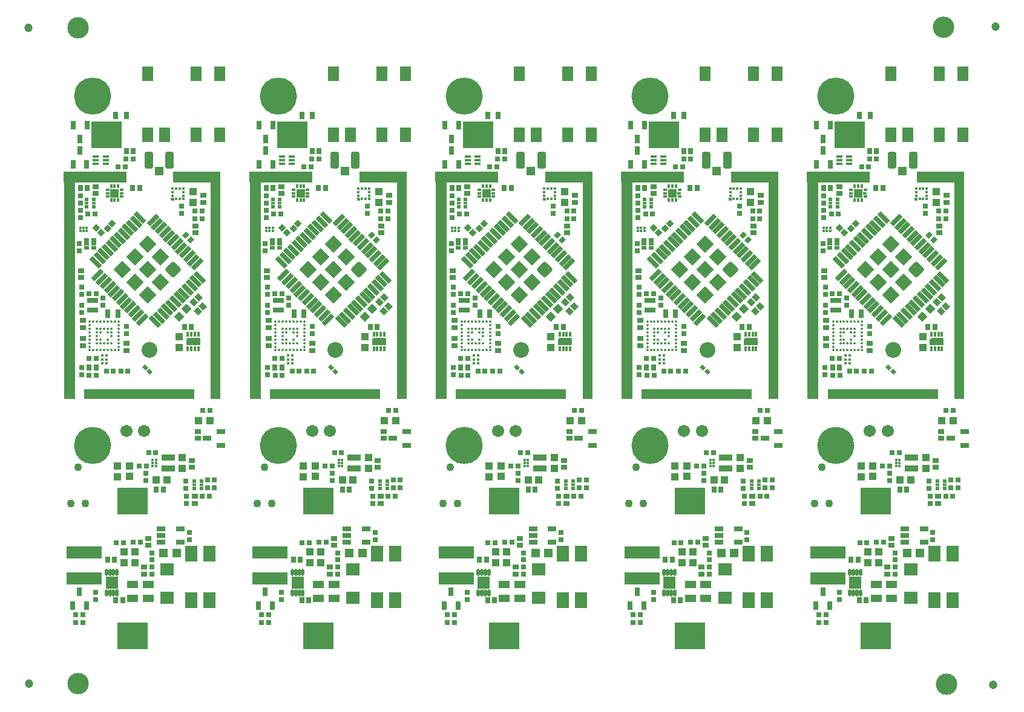
<source format=gbs>
G04*
G04 #@! TF.GenerationSoftware,Altium Limited,Altium Designer,20.0.13 (296)*
G04*
G04 Layer_Color=16711935*
%FSAX25Y25*%
%MOIN*%
G70*
G01*
G75*
%ADD24C,0.01575*%
%ADD32R,0.01968X0.02362*%
%ADD80C,0.11811*%
%ADD84C,0.04737*%
%ADD85C,0.06706*%
%ADD86C,0.20485*%
%ADD87C,0.04343*%
%ADD89R,0.34520X0.06102*%
%ADD90R,0.06417X1.23189*%
%ADD91R,0.60551X0.05669*%
%ADD92R,0.05668X1.20551*%
%ADD93R,0.26377X0.06024*%
G04:AMPARAMS|DCode=94|XSize=49.34mil|YSize=94.61mil|CornerRadius=14.34mil|HoleSize=0mil|Usage=FLASHONLY|Rotation=0.000|XOffset=0mil|YOffset=0mil|HoleType=Round|Shape=RoundedRectangle|*
%AMROUNDEDRECTD94*
21,1,0.04934,0.06594,0,0,0.0*
21,1,0.02067,0.09461,0,0,0.0*
1,1,0.02867,0.01034,-0.03297*
1,1,0.02867,-0.01034,-0.03297*
1,1,0.02867,-0.01034,0.03297*
1,1,0.02867,0.01034,0.03297*
%
%ADD94ROUNDEDRECTD94*%
%ADD95R,0.04737X0.04737*%
%ADD96R,0.03162X0.04343*%
G04:AMPARAMS|DCode=97|XSize=32.41mil|YSize=30.44mil|CornerRadius=0mil|HoleSize=0mil|Usage=FLASHONLY|Rotation=315.000|XOffset=0mil|YOffset=0mil|HoleType=Round|Shape=Rectangle|*
%AMROTATEDRECTD97*
4,1,4,-0.02222,0.00070,-0.00070,0.02222,0.02222,-0.00070,0.00070,-0.02222,-0.02222,0.00070,0.0*
%
%ADD97ROTATEDRECTD97*%

%ADD98R,0.02769X0.03162*%
%ADD99R,0.16548X0.14580*%
%ADD100R,0.01575X0.03150*%
G04:AMPARAMS|DCode=101|XSize=17.84mil|YSize=41.47mil|CornerRadius=6.46mil|HoleSize=0mil|Usage=FLASHONLY|Rotation=180.000|XOffset=0mil|YOffset=0mil|HoleType=Round|Shape=RoundedRectangle|*
%AMROUNDEDRECTD101*
21,1,0.01784,0.02854,0,0,180.0*
21,1,0.00492,0.04147,0,0,180.0*
1,1,0.01292,-0.00246,0.01427*
1,1,0.01292,0.00246,0.01427*
1,1,0.01292,0.00246,-0.01427*
1,1,0.01292,-0.00246,-0.01427*
%
%ADD101ROUNDEDRECTD101*%
%ADD102R,0.03162X0.03320*%
%ADD103R,0.01772X0.01772*%
%ADD104R,0.01772X0.01772*%
%ADD105R,0.03950X0.03950*%
%ADD106R,0.03320X0.03162*%
%ADD107R,0.05918X0.07887*%
%ADD108R,0.05918X0.04343*%
%ADD109R,0.07414X0.06784*%
%ADD110R,0.03162X0.02769*%
%ADD111R,0.03950X0.03950*%
%ADD112R,0.06902X0.09068*%
%ADD113R,0.04540X0.02690*%
%ADD114C,0.01378*%
%ADD115P,0.05586X4X270.0*%
G04:AMPARAMS|DCode=116|XSize=27.69mil|YSize=74.93mil|CornerRadius=0mil|HoleSize=0mil|Usage=FLASHONLY|Rotation=45.000|XOffset=0mil|YOffset=0mil|HoleType=Round|Shape=Rectangle|*
%AMROTATEDRECTD116*
4,1,4,0.01670,-0.03628,-0.03628,0.01670,-0.01670,0.03628,0.03628,-0.01670,0.01670,-0.03628,0.0*
%
%ADD116ROTATEDRECTD116*%

G04:AMPARAMS|DCode=117|XSize=27.69mil|YSize=74.93mil|CornerRadius=0mil|HoleSize=0mil|Usage=FLASHONLY|Rotation=135.000|XOffset=0mil|YOffset=0mil|HoleType=Round|Shape=Rectangle|*
%AMROTATEDRECTD117*
4,1,4,0.03628,0.01670,-0.01670,-0.03628,-0.03628,-0.01670,0.01670,0.03628,0.03628,0.01670,0.0*
%
%ADD117ROTATEDRECTD117*%

G04:AMPARAMS|DCode=118|XSize=67.06mil|YSize=67.06mil|CornerRadius=9.91mil|HoleSize=0mil|Usage=FLASHONLY|Rotation=135.000|XOffset=0mil|YOffset=0mil|HoleType=Round|Shape=RoundedRectangle|*
%AMROUNDEDRECTD118*
21,1,0.06706,0.04724,0,0,135.0*
21,1,0.04724,0.06706,0,0,135.0*
1,1,0.01981,0.00000,0.03341*
1,1,0.01981,0.03341,0.00000*
1,1,0.01981,0.00000,-0.03341*
1,1,0.01981,-0.03341,0.00000*
%
%ADD118ROUNDEDRECTD118*%
%ADD119P,0.09483X4X180.0*%
G04:AMPARAMS|DCode=120|XSize=33.2mil|YSize=31.62mil|CornerRadius=0mil|HoleSize=0mil|Usage=FLASHONLY|Rotation=135.000|XOffset=0mil|YOffset=0mil|HoleType=Round|Shape=Rectangle|*
%AMROTATEDRECTD120*
4,1,4,0.02292,-0.00056,0.00056,-0.02292,-0.02292,0.00056,-0.00056,0.02292,0.02292,-0.00056,0.0*
%
%ADD120ROTATEDRECTD120*%

%ADD121R,0.01968X0.01575*%
%ADD122R,0.04528X0.04528*%
%ADD123R,0.01772X0.02461*%
%ADD124R,0.02461X0.01772*%
G04:AMPARAMS|DCode=125|XSize=32.41mil|YSize=30.44mil|CornerRadius=0mil|HoleSize=0mil|Usage=FLASHONLY|Rotation=225.000|XOffset=0mil|YOffset=0mil|HoleType=Round|Shape=Rectangle|*
%AMROTATEDRECTD125*
4,1,4,0.00070,0.02222,0.02222,0.00070,-0.00070,-0.02222,-0.02222,-0.00070,0.00070,0.02222,0.0*
%
%ADD125ROTATEDRECTD125*%

%ADD126R,0.02769X0.01981*%
%ADD127R,0.02690X0.04540*%
%ADD128R,0.06706X0.07099*%
%ADD129R,0.19304X0.06706*%
%ADD130R,0.03740X0.01772*%
%ADD131R,0.03162X0.05131*%
%ADD132R,0.01981X0.02572*%
G04:AMPARAMS|DCode=133|XSize=31.62mil|YSize=27.69mil|CornerRadius=0mil|HoleSize=0mil|Usage=FLASHONLY|Rotation=225.000|XOffset=0mil|YOffset=0mil|HoleType=Round|Shape=Rectangle|*
%AMROTATEDRECTD133*
4,1,4,0.00139,0.02097,0.02097,0.00139,-0.00139,-0.02097,-0.02097,-0.00139,0.00139,0.02097,0.0*
%
%ADD133ROTATEDRECTD133*%

%ADD134R,0.02769X0.02769*%
%ADD135R,0.01575X0.01575*%
G04:AMPARAMS|DCode=136|XSize=21.78mil|YSize=27.69mil|CornerRadius=0mil|HoleSize=0mil|Usage=FLASHONLY|Rotation=225.000|XOffset=0mil|YOffset=0mil|HoleType=Round|Shape=Rectangle|*
%AMROTATEDRECTD136*
4,1,4,-0.00209,0.01749,0.01749,-0.00209,0.00209,-0.01749,-0.01749,0.00209,-0.00209,0.01749,0.0*
%
%ADD136ROTATEDRECTD136*%

%ADD137R,0.07493X0.03556*%
%ADD138C,0.08674*%
G36*
X0509072Y0288608D02*
X0509097Y0288606D01*
X0509097Y0288606D01*
X0509097D01*
X0509123Y0288601D01*
X0509149Y0288596D01*
X0509149Y0288596D01*
X0509149Y0288596D01*
X0509177Y0288586D01*
X0509198Y0288579D01*
X0509198Y0288579D01*
X0509199Y0288579D01*
X0509228Y0288565D01*
X0509245Y0288556D01*
X0509245Y0288556D01*
X0509245Y0288556D01*
X0509263Y0288544D01*
X0509289Y0288527D01*
X0509289Y0288527D01*
X0509289Y0288527D01*
X0509301Y0288517D01*
X0509329Y0288492D01*
X0509329Y0288492D01*
X0509329Y0288492D01*
X0509673Y0288148D01*
X0509673Y0288148D01*
X0509673Y0288148D01*
X0509708Y0288108D01*
X0509727Y0288079D01*
X0509737Y0288065D01*
X0509737Y0288065D01*
D01*
X0509737Y0288063D01*
X0509760Y0288018D01*
X0509761Y0288015D01*
X0509777Y0287968D01*
X0509783Y0287937D01*
X0509787Y0287916D01*
X0509791Y0287864D01*
Y0287864D01*
Y0287864D01*
X0509791Y0287225D01*
X0509787Y0287172D01*
X0509783Y0287152D01*
X0509777Y0287121D01*
X0509760Y0287071D01*
X0509737Y0287024D01*
D01*
X0509737Y0287024D01*
X0509727Y0287009D01*
X0509708Y0286981D01*
X0509673Y0286941D01*
X0509673Y0286941D01*
X0509673Y0286941D01*
X0509634Y0286907D01*
X0509605Y0286887D01*
X0509590Y0286877D01*
X0509590Y0286877D01*
D01*
X0509543Y0286854D01*
X0509493Y0286837D01*
X0509462Y0286831D01*
X0509442Y0286827D01*
X0509390Y0286824D01*
X0508307D01*
X0508255Y0286827D01*
X0508203Y0286837D01*
X0508154Y0286854D01*
X0508107Y0286877D01*
X0508063Y0286907D01*
X0508024Y0286941D01*
X0507989Y0286981D01*
X0507960Y0287024D01*
X0507937Y0287071D01*
X0507920Y0287121D01*
X0507910Y0287172D01*
X0507906Y0287225D01*
Y0288209D01*
X0507908Y0288236D01*
X0507910Y0288261D01*
X0507910Y0288261D01*
Y0288261D01*
X0507915Y0288286D01*
X0507920Y0288312D01*
X0507920Y0288313D01*
X0507920Y0288313D01*
X0507926Y0288331D01*
X0507937Y0288362D01*
X0507937Y0288362D01*
X0507937Y0288362D01*
X0507947Y0288383D01*
X0507960Y0288409D01*
X0507960Y0288409D01*
X0507960Y0288409D01*
X0507972Y0288427D01*
X0507989Y0288453D01*
X0507989Y0288453D01*
X0507989Y0288453D01*
X0507999Y0288464D01*
X0508024Y0288492D01*
X0508024Y0288492D01*
X0508024Y0288492D01*
X0508051Y0288516D01*
X0508063Y0288527D01*
X0508063Y0288527D01*
X0508063Y0288527D01*
X0508089Y0288544D01*
X0508107Y0288556D01*
X0508107Y0288556D01*
X0508107Y0288556D01*
X0508132Y0288569D01*
X0508154Y0288579D01*
X0508154Y0288579D01*
X0508154Y0288579D01*
X0508185Y0288590D01*
X0508203Y0288596D01*
X0508203Y0288596D01*
X0508203Y0288596D01*
X0508229Y0288601D01*
X0508255Y0288606D01*
X0508255D01*
X0508255Y0288606D01*
X0508280Y0288608D01*
X0508307Y0288610D01*
X0509045Y0288610D01*
X0509045D01*
X0509045D01*
X0509072Y0288608D01*
D02*
G37*
G36*
X0406710D02*
X0406735Y0288606D01*
X0406735Y0288606D01*
X0406735D01*
X0406761Y0288601D01*
X0406787Y0288596D01*
X0406787Y0288596D01*
X0406787Y0288596D01*
X0406815Y0288586D01*
X0406836Y0288579D01*
X0406836Y0288579D01*
X0406836Y0288579D01*
X0406866Y0288565D01*
X0406883Y0288556D01*
X0406883Y0288556D01*
X0406883Y0288556D01*
X0406901Y0288544D01*
X0406927Y0288527D01*
X0406927Y0288527D01*
X0406927Y0288527D01*
X0406939Y0288517D01*
X0406966Y0288492D01*
X0406966Y0288492D01*
X0406966Y0288492D01*
X0407311Y0288148D01*
X0407311Y0288148D01*
X0407311Y0288148D01*
X0407346Y0288108D01*
X0407365Y0288079D01*
X0407375Y0288065D01*
X0407375Y0288065D01*
D01*
X0407375Y0288063D01*
X0407398Y0288018D01*
X0407399Y0288015D01*
X0407415Y0287968D01*
X0407421Y0287937D01*
X0407425Y0287916D01*
X0407428Y0287864D01*
Y0287864D01*
Y0287864D01*
X0407428Y0287225D01*
X0407425Y0287172D01*
X0407421Y0287152D01*
X0407415Y0287121D01*
X0407398Y0287071D01*
X0407375Y0287024D01*
D01*
X0407375Y0287024D01*
X0407365Y0287009D01*
X0407346Y0286981D01*
X0407311Y0286941D01*
X0407311Y0286941D01*
X0407311Y0286941D01*
X0407271Y0286907D01*
X0407243Y0286887D01*
X0407228Y0286877D01*
X0407228Y0286877D01*
D01*
X0407181Y0286854D01*
X0407131Y0286837D01*
X0407100Y0286831D01*
X0407080Y0286827D01*
X0407027Y0286824D01*
X0405945D01*
X0405893Y0286827D01*
X0405841Y0286837D01*
X0405791Y0286854D01*
X0405744Y0286877D01*
X0405701Y0286907D01*
X0405661Y0286941D01*
X0405627Y0286981D01*
X0405598Y0287024D01*
X0405575Y0287071D01*
X0405558Y0287121D01*
X0405547Y0287172D01*
X0405544Y0287225D01*
Y0288209D01*
X0405546Y0288236D01*
X0405547Y0288261D01*
X0405547Y0288261D01*
Y0288261D01*
X0405552Y0288286D01*
X0405558Y0288312D01*
X0405558Y0288313D01*
X0405558Y0288313D01*
X0405564Y0288331D01*
X0405575Y0288362D01*
X0405575Y0288362D01*
X0405575Y0288362D01*
X0405585Y0288383D01*
X0405598Y0288409D01*
X0405598Y0288409D01*
X0405598Y0288409D01*
X0405610Y0288427D01*
X0405627Y0288453D01*
X0405627Y0288453D01*
X0405627Y0288453D01*
X0405637Y0288464D01*
X0405661Y0288492D01*
X0405661Y0288492D01*
X0405661Y0288492D01*
X0405689Y0288516D01*
X0405701Y0288527D01*
X0405701Y0288527D01*
X0405701Y0288527D01*
X0405727Y0288544D01*
X0405744Y0288556D01*
X0405744Y0288556D01*
X0405744Y0288556D01*
X0405770Y0288569D01*
X0405791Y0288579D01*
X0405791Y0288579D01*
X0405791Y0288579D01*
X0405822Y0288590D01*
X0405841Y0288596D01*
X0405841Y0288596D01*
X0405841Y0288596D01*
X0405867Y0288601D01*
X0405893Y0288606D01*
X0405893D01*
X0405893Y0288606D01*
X0405917Y0288608D01*
X0405945Y0288610D01*
X0406683Y0288610D01*
X0406683D01*
X0406683D01*
X0406710Y0288608D01*
D02*
G37*
G36*
X0304348D02*
X0304373Y0288606D01*
X0304373Y0288606D01*
X0304373D01*
X0304398Y0288601D01*
X0304424Y0288596D01*
X0304424Y0288596D01*
X0304424Y0288596D01*
X0304453Y0288586D01*
X0304474Y0288579D01*
X0304474Y0288579D01*
X0304474Y0288579D01*
X0304504Y0288565D01*
X0304521Y0288556D01*
X0304521Y0288556D01*
X0304521Y0288556D01*
X0304539Y0288544D01*
X0304565Y0288527D01*
X0304565Y0288527D01*
X0304565Y0288527D01*
X0304576Y0288517D01*
X0304604Y0288492D01*
X0304604Y0288492D01*
X0304604Y0288492D01*
X0304949Y0288148D01*
X0304949Y0288148D01*
X0304949Y0288148D01*
X0304983Y0288108D01*
X0305003Y0288079D01*
X0305012Y0288065D01*
X0305012Y0288065D01*
D01*
X0305013Y0288063D01*
X0305036Y0288018D01*
X0305037Y0288015D01*
X0305053Y0287968D01*
X0305059Y0287937D01*
X0305063Y0287916D01*
X0305066Y0287864D01*
Y0287864D01*
Y0287864D01*
X0305066Y0287225D01*
X0305063Y0287172D01*
X0305059Y0287152D01*
X0305052Y0287121D01*
X0305036Y0287071D01*
X0305012Y0287024D01*
D01*
X0305012Y0287024D01*
X0305003Y0287009D01*
X0304983Y0286981D01*
X0304949Y0286941D01*
X0304949Y0286941D01*
X0304949Y0286941D01*
X0304909Y0286907D01*
X0304880Y0286887D01*
X0304866Y0286877D01*
X0304866Y0286877D01*
D01*
X0304819Y0286854D01*
X0304769Y0286837D01*
X0304738Y0286831D01*
X0304718Y0286827D01*
X0304665Y0286824D01*
X0303583D01*
X0303530Y0286827D01*
X0303479Y0286837D01*
X0303429Y0286854D01*
X0303382Y0286877D01*
X0303339Y0286907D01*
X0303299Y0286941D01*
X0303265Y0286981D01*
X0303236Y0287024D01*
X0303212Y0287071D01*
X0303196Y0287121D01*
X0303185Y0287172D01*
X0303182Y0287225D01*
Y0288209D01*
X0303184Y0288236D01*
X0303185Y0288261D01*
X0303185Y0288261D01*
Y0288261D01*
X0303190Y0288286D01*
X0303195Y0288312D01*
X0303195Y0288313D01*
X0303196Y0288313D01*
X0303202Y0288331D01*
X0303212Y0288362D01*
X0303212Y0288362D01*
X0303212Y0288362D01*
X0303223Y0288383D01*
X0303236Y0288409D01*
X0303236Y0288409D01*
X0303236Y0288409D01*
X0303247Y0288427D01*
X0303265Y0288453D01*
X0303265Y0288453D01*
X0303265Y0288453D01*
X0303275Y0288464D01*
X0303299Y0288492D01*
X0303299Y0288492D01*
X0303299Y0288492D01*
X0303327Y0288516D01*
X0303339Y0288527D01*
X0303339Y0288527D01*
X0303339Y0288527D01*
X0303364Y0288544D01*
X0303382Y0288556D01*
X0303382Y0288556D01*
X0303382Y0288556D01*
X0303408Y0288569D01*
X0303429Y0288579D01*
X0303429Y0288579D01*
X0303429Y0288579D01*
X0303460Y0288590D01*
X0303479Y0288596D01*
X0303479Y0288596D01*
X0303479Y0288596D01*
X0303505Y0288601D01*
X0303530Y0288606D01*
X0303530D01*
X0303530Y0288606D01*
X0303555Y0288608D01*
X0303583Y0288610D01*
X0304321Y0288610D01*
X0304321D01*
X0304321D01*
X0304348Y0288608D01*
D02*
G37*
G36*
X0201986D02*
X0202011Y0288606D01*
X0202011Y0288606D01*
X0202011D01*
X0202036Y0288601D01*
X0202062Y0288596D01*
X0202062Y0288596D01*
X0202062Y0288596D01*
X0202090Y0288586D01*
X0202112Y0288579D01*
X0202112Y0288579D01*
X0202112Y0288579D01*
X0202142Y0288565D01*
X0202159Y0288556D01*
X0202159Y0288556D01*
X0202159Y0288556D01*
X0202177Y0288544D01*
X0202203Y0288527D01*
X0202203Y0288527D01*
X0202203Y0288527D01*
X0202214Y0288517D01*
X0202242Y0288492D01*
X0202242Y0288492D01*
X0202242Y0288492D01*
X0202587Y0288148D01*
X0202587Y0288148D01*
X0202587Y0288148D01*
X0202621Y0288108D01*
X0202641Y0288079D01*
X0202650Y0288065D01*
X0202650Y0288065D01*
D01*
X0202651Y0288063D01*
X0202674Y0288018D01*
X0202674Y0288015D01*
X0202690Y0287968D01*
X0202697Y0287937D01*
X0202701Y0287916D01*
X0202704Y0287864D01*
Y0287864D01*
Y0287864D01*
X0202704Y0287225D01*
X0202701Y0287172D01*
X0202696Y0287152D01*
X0202690Y0287121D01*
X0202674Y0287071D01*
X0202650Y0287024D01*
D01*
X0202650Y0287024D01*
X0202641Y0287009D01*
X0202621Y0286981D01*
X0202587Y0286941D01*
X0202587Y0286941D01*
X0202587Y0286941D01*
X0202547Y0286907D01*
X0202518Y0286887D01*
X0202504Y0286877D01*
X0202504Y0286877D01*
D01*
X0202456Y0286854D01*
X0202407Y0286837D01*
X0202376Y0286831D01*
X0202356Y0286827D01*
X0202303Y0286824D01*
X0201220D01*
X0201168Y0286827D01*
X0201117Y0286837D01*
X0201067Y0286854D01*
X0201020Y0286877D01*
X0200976Y0286907D01*
X0200937Y0286941D01*
X0200902Y0286981D01*
X0200873Y0287024D01*
X0200850Y0287071D01*
X0200833Y0287121D01*
X0200823Y0287172D01*
X0200820Y0287225D01*
Y0288209D01*
X0200821Y0288236D01*
X0200823Y0288261D01*
X0200823Y0288261D01*
Y0288261D01*
X0200828Y0288286D01*
X0200833Y0288312D01*
X0200833Y0288313D01*
X0200833Y0288313D01*
X0200840Y0288331D01*
X0200850Y0288362D01*
X0200850Y0288362D01*
X0200850Y0288362D01*
X0200861Y0288383D01*
X0200873Y0288409D01*
X0200873Y0288409D01*
X0200873Y0288409D01*
X0200885Y0288427D01*
X0200902Y0288453D01*
X0200902Y0288453D01*
X0200902Y0288453D01*
X0200913Y0288464D01*
X0200937Y0288492D01*
X0200937Y0288492D01*
X0200937Y0288492D01*
X0200965Y0288516D01*
X0200976Y0288527D01*
X0200976Y0288527D01*
X0200976Y0288527D01*
X0201002Y0288544D01*
X0201020Y0288556D01*
X0201020Y0288556D01*
X0201020Y0288556D01*
X0201046Y0288569D01*
X0201067Y0288579D01*
X0201067Y0288579D01*
X0201067Y0288579D01*
X0201098Y0288590D01*
X0201117Y0288596D01*
X0201117Y0288596D01*
X0201117Y0288596D01*
X0201143Y0288601D01*
X0201168Y0288606D01*
X0201168D01*
X0201168Y0288606D01*
X0201193Y0288608D01*
X0201220Y0288610D01*
X0201958Y0288610D01*
X0201958D01*
X0201958D01*
X0201986Y0288608D01*
D02*
G37*
G36*
X0099624D02*
X0099649Y0288606D01*
X0099649Y0288606D01*
X0099649D01*
X0099674Y0288601D01*
X0099700Y0288596D01*
X0099700Y0288596D01*
X0099700Y0288596D01*
X0099728Y0288586D01*
X0099750Y0288579D01*
X0099750Y0288579D01*
X0099750Y0288579D01*
X0099779Y0288565D01*
X0099797Y0288556D01*
X0099797Y0288556D01*
X0099797Y0288556D01*
X0099814Y0288544D01*
X0099840Y0288527D01*
X0099840Y0288527D01*
X0099840Y0288527D01*
X0099852Y0288517D01*
X0099880Y0288492D01*
X0099880Y0288492D01*
X0099880Y0288492D01*
X0100224Y0288148D01*
X0100224Y0288148D01*
X0100224Y0288148D01*
X0100259Y0288108D01*
X0100278Y0288079D01*
X0100288Y0288065D01*
X0100288Y0288065D01*
D01*
X0100289Y0288063D01*
X0100311Y0288018D01*
X0100312Y0288015D01*
X0100328Y0287968D01*
X0100334Y0287937D01*
X0100338Y0287916D01*
X0100342Y0287864D01*
Y0287864D01*
Y0287864D01*
X0100342Y0287225D01*
X0100338Y0287172D01*
X0100334Y0287152D01*
X0100328Y0287121D01*
X0100311Y0287071D01*
X0100288Y0287024D01*
D01*
X0100288Y0287024D01*
X0100278Y0287009D01*
X0100259Y0286981D01*
X0100224Y0286941D01*
X0100224Y0286941D01*
X0100224Y0286941D01*
X0100185Y0286907D01*
X0100156Y0286887D01*
X0100141Y0286877D01*
X0100141Y0286877D01*
D01*
X0100094Y0286854D01*
X0100045Y0286837D01*
X0100014Y0286831D01*
X0099993Y0286827D01*
X0099941Y0286824D01*
X0098858D01*
X0098806Y0286827D01*
X0098755Y0286837D01*
X0098705Y0286854D01*
X0098658Y0286877D01*
X0098614Y0286907D01*
X0098575Y0286941D01*
X0098540Y0286981D01*
X0098511Y0287024D01*
X0098488Y0287071D01*
X0098471Y0287121D01*
X0098461Y0287172D01*
X0098457Y0287225D01*
Y0288209D01*
X0098459Y0288236D01*
X0098461Y0288261D01*
X0098461Y0288261D01*
Y0288261D01*
X0098466Y0288286D01*
X0098471Y0288312D01*
X0098471Y0288313D01*
X0098471Y0288313D01*
X0098477Y0288331D01*
X0098488Y0288362D01*
X0098488Y0288362D01*
X0098488Y0288362D01*
X0098498Y0288383D01*
X0098511Y0288409D01*
X0098511Y0288409D01*
X0098511Y0288409D01*
X0098523Y0288427D01*
X0098540Y0288453D01*
X0098540Y0288453D01*
X0098540Y0288453D01*
X0098550Y0288464D01*
X0098575Y0288492D01*
X0098575Y0288492D01*
X0098575Y0288492D01*
X0098602Y0288516D01*
X0098614Y0288527D01*
X0098614Y0288527D01*
X0098614Y0288527D01*
X0098640Y0288544D01*
X0098658Y0288556D01*
X0098658Y0288556D01*
X0098658Y0288556D01*
X0098684Y0288569D01*
X0098705Y0288579D01*
X0098705Y0288579D01*
X0098705Y0288579D01*
X0098736Y0288590D01*
X0098755Y0288596D01*
X0098755Y0288596D01*
X0098755Y0288596D01*
X0098781Y0288601D01*
X0098806Y0288606D01*
X0098806D01*
X0098806Y0288606D01*
X0098831Y0288608D01*
X0098858Y0288610D01*
X0099596Y0288610D01*
X0099596D01*
X0099596D01*
X0099624Y0288608D01*
D02*
G37*
G36*
X0523675Y0211066D02*
X0523706Y0211060D01*
X0523727Y0211056D01*
X0523727Y0211056D01*
D01*
X0523776Y0211039D01*
X0523823Y0211016D01*
X0523867Y0210986D01*
X0523904Y0210954D01*
X0523906Y0210952D01*
Y0210952D01*
X0523907D01*
X0523909Y0210949D01*
X0523941Y0210912D01*
X0523970Y0210869D01*
X0523993Y0210822D01*
X0524010Y0210772D01*
D01*
X0524010Y0210772D01*
X0524014Y0210752D01*
X0524020Y0210721D01*
X0524024Y0210668D01*
Y0210668D01*
Y0210668D01*
X0524024Y0207598D01*
X0524022Y0207573D01*
X0524020Y0207546D01*
X0524020Y0207546D01*
X0524020Y0207546D01*
X0524016Y0207522D01*
X0524010Y0207495D01*
X0524010Y0207495D01*
X0524010Y0207495D01*
X0524003Y0207474D01*
X0523993Y0207445D01*
X0523993Y0207445D01*
X0523993Y0207445D01*
X0523983Y0207424D01*
X0523970Y0207398D01*
X0523970Y0207398D01*
X0523970Y0207398D01*
X0523954Y0207374D01*
X0523941Y0207354D01*
X0523941Y0207354D01*
X0523941Y0207354D01*
X0523922Y0207333D01*
X0523907Y0207315D01*
X0523906Y0207315D01*
X0523906Y0207315D01*
X0523888Y0207299D01*
X0523867Y0207280D01*
X0523867Y0207280D01*
X0523867Y0207280D01*
X0523847Y0207267D01*
X0523823Y0207251D01*
X0523823Y0207251D01*
X0523823Y0207251D01*
X0523798Y0207239D01*
X0523776Y0207228D01*
X0523776Y0207228D01*
X0523776Y0207228D01*
X0523748Y0207218D01*
X0523727Y0207211D01*
X0523727Y0207211D01*
X0523727Y0207211D01*
X0523699Y0207206D01*
X0523675Y0207201D01*
X0523675Y0207201D01*
X0523675Y0207201D01*
X0523649Y0207199D01*
X0523623Y0207197D01*
X0516773Y0207193D01*
X0516773Y0207193D01*
X0516773Y0207193D01*
X0516753Y0207194D01*
X0516721Y0207196D01*
X0516721Y0207196D01*
X0516721D01*
X0516696Y0207201D01*
X0516670Y0207206D01*
X0516670Y0207206D01*
X0516669Y0207206D01*
X0516643Y0207215D01*
X0516620Y0207223D01*
X0516620Y0207223D01*
X0516620Y0207223D01*
X0516603Y0207231D01*
X0516573Y0207246D01*
X0516573Y0207246D01*
X0516573Y0207246D01*
X0516556Y0207257D01*
X0516529Y0207275D01*
X0516529Y0207275D01*
X0516529Y0207276D01*
X0516512Y0207291D01*
X0516490Y0207310D01*
X0516490Y0207310D01*
X0516490Y0207310D01*
X0516471Y0207332D01*
X0516455Y0207349D01*
X0516455Y0207349D01*
X0516455Y0207349D01*
X0516437Y0207376D01*
X0516426Y0207393D01*
X0516426Y0207393D01*
X0516426Y0207393D01*
X0516411Y0207423D01*
X0516403Y0207440D01*
X0516403Y0207440D01*
X0516403Y0207440D01*
X0516395Y0207463D01*
X0516386Y0207489D01*
X0516386Y0207490D01*
X0516386Y0207490D01*
X0516381Y0207516D01*
X0516376Y0207541D01*
Y0207541D01*
X0516376Y0207541D01*
X0516373Y0207573D01*
X0516372Y0207593D01*
X0516372Y0207593D01*
X0516372Y0207593D01*
X0516371Y0210078D01*
X0516371Y0210078D01*
X0516371Y0210078D01*
X0516373Y0210107D01*
X0516375Y0210130D01*
X0516375Y0210130D01*
X0516375Y0210131D01*
X0516380Y0210154D01*
X0516385Y0210182D01*
X0516385Y0210182D01*
X0516385Y0210182D01*
X0516391Y0210200D01*
X0516402Y0210231D01*
X0516402Y0210231D01*
X0516402Y0210232D01*
X0516414Y0210255D01*
X0516425Y0210278D01*
X0516425Y0210278D01*
X0516425Y0210279D01*
X0516443Y0210306D01*
X0516454Y0210322D01*
X0516454Y0210322D01*
X0516455Y0210322D01*
X0516474Y0210345D01*
X0516489Y0210361D01*
X0516489Y0210362D01*
X0516489Y0210362D01*
X0517081Y0210952D01*
X0517098Y0210967D01*
X0517120Y0210986D01*
X0517120Y0210986D01*
X0517120Y0210987D01*
X0517140Y0211000D01*
X0517163Y0211016D01*
X0517164Y0211016D01*
X0517164Y0211016D01*
X0517187Y0211027D01*
X0517210Y0211039D01*
X0517210Y0211039D01*
X0517211Y0211039D01*
X0517229Y0211045D01*
X0517260Y0211056D01*
X0517260Y0211056D01*
X0517260Y0211056D01*
X0517279Y0211059D01*
X0517311Y0211066D01*
X0517312Y0211066D01*
X0517312Y0211066D01*
X0517336Y0211067D01*
X0517364Y0211069D01*
X0523623Y0211069D01*
X0523623D01*
X0523623D01*
X0523675Y0211066D01*
D02*
G37*
G36*
X0421313D02*
X0421344Y0211060D01*
X0421364Y0211056D01*
X0421365Y0211056D01*
D01*
X0421414Y0211039D01*
X0421461Y0211016D01*
X0421505Y0210986D01*
X0421542Y0210954D01*
X0421544Y0210952D01*
Y0210952D01*
X0421544D01*
X0421547Y0210949D01*
X0421579Y0210912D01*
X0421608Y0210869D01*
X0421631Y0210822D01*
X0421648Y0210772D01*
D01*
X0421648Y0210772D01*
X0421652Y0210752D01*
X0421658Y0210721D01*
X0421662Y0210668D01*
Y0210668D01*
Y0210668D01*
X0421662Y0207598D01*
X0421660Y0207573D01*
X0421658Y0207546D01*
X0421658Y0207546D01*
X0421658Y0207546D01*
X0421653Y0207522D01*
X0421648Y0207495D01*
X0421648Y0207495D01*
X0421648Y0207495D01*
X0421641Y0207474D01*
X0421631Y0207445D01*
X0421631Y0207445D01*
X0421631Y0207445D01*
X0421621Y0207424D01*
X0421608Y0207398D01*
X0421608Y0207398D01*
X0421608Y0207398D01*
X0421592Y0207374D01*
X0421579Y0207354D01*
X0421579Y0207354D01*
X0421579Y0207354D01*
X0421560Y0207333D01*
X0421544Y0207315D01*
X0421544Y0207315D01*
X0421544Y0207315D01*
X0421526Y0207299D01*
X0421505Y0207280D01*
X0421505Y0207280D01*
X0421505Y0207280D01*
X0421485Y0207267D01*
X0421461Y0207251D01*
X0421461Y0207251D01*
X0421461Y0207251D01*
X0421436Y0207239D01*
X0421414Y0207228D01*
X0421414Y0207228D01*
X0421414Y0207228D01*
X0421386Y0207218D01*
X0421365Y0207211D01*
X0421364Y0207211D01*
X0421364Y0207211D01*
X0421337Y0207206D01*
X0421313Y0207201D01*
X0421313Y0207201D01*
X0421313Y0207201D01*
X0421287Y0207199D01*
X0421261Y0207197D01*
X0414411Y0207193D01*
X0414411Y0207193D01*
X0414411Y0207193D01*
X0414391Y0207194D01*
X0414359Y0207196D01*
X0414359Y0207196D01*
X0414359D01*
X0414334Y0207201D01*
X0414307Y0207206D01*
X0414307Y0207206D01*
X0414307Y0207206D01*
X0414281Y0207215D01*
X0414258Y0207223D01*
X0414258Y0207223D01*
X0414257Y0207223D01*
X0414241Y0207231D01*
X0414211Y0207246D01*
X0414211Y0207246D01*
X0414211Y0207246D01*
X0414194Y0207257D01*
X0414167Y0207275D01*
X0414167Y0207275D01*
X0414167Y0207276D01*
X0414150Y0207291D01*
X0414128Y0207310D01*
X0414127Y0207310D01*
X0414127Y0207310D01*
X0414108Y0207332D01*
X0414093Y0207349D01*
X0414093Y0207349D01*
X0414093Y0207349D01*
X0414075Y0207376D01*
X0414064Y0207393D01*
X0414064Y0207393D01*
X0414064Y0207393D01*
X0414049Y0207423D01*
X0414041Y0207440D01*
X0414041Y0207440D01*
X0414041Y0207440D01*
X0414033Y0207463D01*
X0414024Y0207489D01*
X0414024Y0207490D01*
X0414024Y0207490D01*
X0414018Y0207516D01*
X0414013Y0207541D01*
Y0207541D01*
X0414013Y0207541D01*
X0414011Y0207573D01*
X0414010Y0207593D01*
X0414010Y0207593D01*
X0414010Y0207593D01*
X0414009Y0210078D01*
X0414009Y0210078D01*
X0414009Y0210078D01*
X0414011Y0210107D01*
X0414013Y0210130D01*
X0414013Y0210130D01*
X0414013Y0210131D01*
X0414018Y0210154D01*
X0414023Y0210182D01*
X0414023Y0210182D01*
X0414023Y0210182D01*
X0414029Y0210200D01*
X0414040Y0210231D01*
X0414040Y0210231D01*
X0414040Y0210232D01*
X0414051Y0210255D01*
X0414063Y0210278D01*
X0414063Y0210278D01*
X0414063Y0210279D01*
X0414081Y0210306D01*
X0414092Y0210322D01*
X0414092Y0210322D01*
X0414092Y0210322D01*
X0414112Y0210345D01*
X0414127Y0210361D01*
X0414127Y0210362D01*
X0414127Y0210362D01*
X0414718Y0210952D01*
X0414736Y0210967D01*
X0414757Y0210986D01*
X0414758Y0210986D01*
X0414758Y0210987D01*
X0414778Y0211000D01*
X0414801Y0211016D01*
X0414801Y0211016D01*
X0414801Y0211016D01*
X0414824Y0211027D01*
X0414848Y0211039D01*
X0414848Y0211039D01*
X0414849Y0211039D01*
X0414866Y0211045D01*
X0414898Y0211056D01*
X0414898Y0211056D01*
X0414898Y0211056D01*
X0414917Y0211059D01*
X0414949Y0211066D01*
X0414949Y0211066D01*
X0414950Y0211066D01*
X0414974Y0211067D01*
X0415002Y0211069D01*
X0421261Y0211069D01*
X0421261D01*
X0421261D01*
X0421313Y0211066D01*
D02*
G37*
G36*
X0318951D02*
X0318982Y0211060D01*
X0319002Y0211056D01*
X0319002Y0211056D01*
D01*
X0319052Y0211039D01*
X0319099Y0211016D01*
X0319143Y0210986D01*
X0319179Y0210954D01*
X0319182Y0210952D01*
Y0210952D01*
X0319182D01*
X0319184Y0210949D01*
X0319217Y0210912D01*
X0319246Y0210869D01*
X0319269Y0210822D01*
X0319286Y0210772D01*
D01*
X0319286Y0210772D01*
X0319290Y0210752D01*
X0319296Y0210721D01*
X0319300Y0210668D01*
Y0210668D01*
Y0210668D01*
X0319299Y0207598D01*
X0319298Y0207573D01*
X0319296Y0207546D01*
X0319296Y0207546D01*
X0319296Y0207546D01*
X0319291Y0207522D01*
X0319286Y0207495D01*
X0319286Y0207495D01*
X0319286Y0207495D01*
X0319279Y0207474D01*
X0319269Y0207445D01*
X0319269Y0207445D01*
X0319269Y0207445D01*
X0319258Y0207424D01*
X0319246Y0207398D01*
X0319246Y0207398D01*
X0319246Y0207398D01*
X0319230Y0207374D01*
X0319217Y0207354D01*
X0319217Y0207354D01*
X0319216Y0207354D01*
X0319198Y0207333D01*
X0319182Y0207315D01*
X0319182Y0207315D01*
X0319182Y0207315D01*
X0319164Y0207299D01*
X0319143Y0207280D01*
X0319143Y0207280D01*
X0319143Y0207280D01*
X0319123Y0207267D01*
X0319099Y0207251D01*
X0319099Y0207251D01*
X0319099Y0207251D01*
X0319074Y0207239D01*
X0319052Y0207228D01*
X0319052Y0207228D01*
X0319052Y0207228D01*
X0319023Y0207218D01*
X0319003Y0207211D01*
X0319002Y0207211D01*
X0319002Y0207211D01*
X0318975Y0207206D01*
X0318951Y0207201D01*
X0318951Y0207201D01*
X0318951Y0207201D01*
X0318924Y0207199D01*
X0318899Y0207197D01*
X0312049Y0207193D01*
X0312049Y0207193D01*
X0312049Y0207193D01*
X0312028Y0207194D01*
X0311997Y0207196D01*
X0311997Y0207196D01*
X0311996D01*
X0311972Y0207201D01*
X0311945Y0207206D01*
X0311945Y0207206D01*
X0311945Y0207206D01*
X0311919Y0207215D01*
X0311895Y0207223D01*
X0311895Y0207223D01*
X0311895Y0207223D01*
X0311879Y0207231D01*
X0311848Y0207246D01*
X0311848Y0207246D01*
X0311848Y0207246D01*
X0311832Y0207257D01*
X0311805Y0207275D01*
X0311805Y0207275D01*
X0311805Y0207276D01*
X0311787Y0207291D01*
X0311765Y0207310D01*
X0311765Y0207310D01*
X0311765Y0207310D01*
X0311746Y0207332D01*
X0311731Y0207349D01*
X0311731Y0207349D01*
X0311731Y0207349D01*
X0311713Y0207376D01*
X0311702Y0207393D01*
X0311702Y0207393D01*
X0311701Y0207393D01*
X0311687Y0207423D01*
X0311678Y0207440D01*
X0311678Y0207440D01*
X0311678Y0207440D01*
X0311670Y0207463D01*
X0311662Y0207489D01*
X0311662Y0207490D01*
X0311662Y0207490D01*
X0311656Y0207516D01*
X0311651Y0207541D01*
Y0207541D01*
X0311651Y0207541D01*
X0311649Y0207573D01*
X0311648Y0207593D01*
X0311648Y0207593D01*
X0311648Y0207593D01*
X0311647Y0210078D01*
X0311647Y0210078D01*
X0311647Y0210078D01*
X0311649Y0210107D01*
X0311651Y0210130D01*
X0311651Y0210130D01*
X0311651Y0210131D01*
X0311655Y0210154D01*
X0311661Y0210182D01*
X0311661Y0210182D01*
X0311661Y0210182D01*
X0311667Y0210200D01*
X0311678Y0210231D01*
X0311678Y0210231D01*
X0311678Y0210232D01*
X0311689Y0210255D01*
X0311701Y0210278D01*
X0311701Y0210278D01*
X0311701Y0210279D01*
X0311719Y0210306D01*
X0311730Y0210322D01*
X0311730Y0210322D01*
X0311730Y0210322D01*
X0311750Y0210345D01*
X0311765Y0210361D01*
X0311765Y0210362D01*
X0311765Y0210362D01*
X0312356Y0210952D01*
X0312373Y0210967D01*
X0312395Y0210986D01*
X0312396Y0210986D01*
X0312396Y0210987D01*
X0312415Y0211000D01*
X0312439Y0211016D01*
X0312439Y0211016D01*
X0312439Y0211016D01*
X0312462Y0211027D01*
X0312486Y0211039D01*
X0312486Y0211039D01*
X0312486Y0211039D01*
X0312504Y0211045D01*
X0312536Y0211056D01*
X0312536Y0211056D01*
X0312536Y0211056D01*
X0312554Y0211059D01*
X0312587Y0211066D01*
X0312587Y0211066D01*
X0312587Y0211066D01*
X0312611Y0211067D01*
X0312639Y0211069D01*
X0318899Y0211069D01*
X0318899D01*
X0318899D01*
X0318951Y0211066D01*
D02*
G37*
G36*
X0216589D02*
X0216619Y0211060D01*
X0216640Y0211056D01*
X0216640Y0211056D01*
D01*
X0216690Y0211039D01*
X0216737Y0211016D01*
X0216780Y0210986D01*
X0216817Y0210954D01*
X0216820Y0210952D01*
Y0210952D01*
X0216820D01*
X0216822Y0210949D01*
X0216854Y0210912D01*
X0216884Y0210869D01*
X0216907Y0210822D01*
X0216924Y0210772D01*
D01*
X0216924Y0210772D01*
X0216928Y0210752D01*
X0216934Y0210721D01*
X0216937Y0210668D01*
Y0210668D01*
Y0210668D01*
X0216937Y0207598D01*
X0216935Y0207573D01*
X0216934Y0207546D01*
X0216934Y0207546D01*
X0216934Y0207546D01*
X0216929Y0207522D01*
X0216923Y0207495D01*
X0216923Y0207495D01*
X0216923Y0207495D01*
X0216916Y0207474D01*
X0216907Y0207445D01*
X0216907Y0207445D01*
X0216907Y0207445D01*
X0216896Y0207424D01*
X0216884Y0207398D01*
X0216883Y0207398D01*
X0216883Y0207398D01*
X0216868Y0207374D01*
X0216854Y0207354D01*
X0216854Y0207354D01*
X0216854Y0207354D01*
X0216836Y0207333D01*
X0216820Y0207315D01*
X0216820Y0207315D01*
X0216820Y0207315D01*
X0216802Y0207299D01*
X0216780Y0207280D01*
X0216780Y0207280D01*
X0216780Y0207280D01*
X0216761Y0207267D01*
X0216737Y0207251D01*
X0216737Y0207251D01*
X0216737Y0207251D01*
X0216711Y0207239D01*
X0216690Y0207228D01*
X0216690Y0207228D01*
X0216690Y0207228D01*
X0216661Y0207218D01*
X0216640Y0207211D01*
X0216640Y0207211D01*
X0216640Y0207211D01*
X0216613Y0207206D01*
X0216589Y0207201D01*
X0216589Y0207201D01*
X0216589Y0207201D01*
X0216562Y0207199D01*
X0216536Y0207197D01*
X0209687Y0207193D01*
X0209687Y0207193D01*
X0209687Y0207193D01*
X0209666Y0207194D01*
X0209634Y0207196D01*
X0209634Y0207196D01*
X0209634D01*
X0209610Y0207201D01*
X0209583Y0207206D01*
X0209583Y0207206D01*
X0209583Y0207206D01*
X0209557Y0207215D01*
X0209533Y0207223D01*
X0209533Y0207223D01*
X0209533Y0207223D01*
X0209517Y0207231D01*
X0209486Y0207246D01*
X0209486Y0207246D01*
X0209486Y0207246D01*
X0209470Y0207257D01*
X0209443Y0207275D01*
X0209443Y0207275D01*
X0209442Y0207276D01*
X0209425Y0207291D01*
X0209403Y0207310D01*
X0209403Y0207310D01*
X0209403Y0207310D01*
X0209384Y0207332D01*
X0209369Y0207349D01*
X0209369Y0207349D01*
X0209368Y0207349D01*
X0209351Y0207376D01*
X0209339Y0207393D01*
X0209339Y0207393D01*
X0209339Y0207393D01*
X0209325Y0207423D01*
X0209316Y0207440D01*
X0209316Y0207440D01*
X0209316Y0207440D01*
X0209308Y0207463D01*
X0209299Y0207489D01*
X0209299Y0207490D01*
X0209299Y0207490D01*
X0209294Y0207516D01*
X0209289Y0207541D01*
Y0207541D01*
X0209289Y0207541D01*
X0209287Y0207573D01*
X0209286Y0207593D01*
X0209286Y0207593D01*
X0209286Y0207593D01*
X0209285Y0210078D01*
X0209285Y0210078D01*
X0209285Y0210078D01*
X0209287Y0210107D01*
X0209288Y0210130D01*
X0209288Y0210130D01*
X0209288Y0210131D01*
X0209293Y0210154D01*
X0209299Y0210182D01*
X0209299Y0210182D01*
X0209299Y0210182D01*
X0209305Y0210200D01*
X0209315Y0210231D01*
X0209315Y0210231D01*
X0209316Y0210232D01*
X0209327Y0210255D01*
X0209339Y0210278D01*
X0209339Y0210278D01*
X0209339Y0210279D01*
X0209357Y0210306D01*
X0209368Y0210322D01*
X0209368Y0210322D01*
X0209368Y0210322D01*
X0209387Y0210345D01*
X0209402Y0210361D01*
X0209402Y0210362D01*
X0209403Y0210362D01*
X0209994Y0210952D01*
X0210011Y0210967D01*
X0210033Y0210986D01*
X0210033Y0210986D01*
X0210033Y0210987D01*
X0210053Y0211000D01*
X0210077Y0211016D01*
X0210077Y0211016D01*
X0210077Y0211016D01*
X0210100Y0211027D01*
X0210124Y0211039D01*
X0210124Y0211039D01*
X0210124Y0211039D01*
X0210142Y0211045D01*
X0210173Y0211056D01*
X0210174Y0211056D01*
X0210174Y0211056D01*
X0210192Y0211059D01*
X0210225Y0211066D01*
X0210225Y0211066D01*
X0210225Y0211066D01*
X0210249Y0211067D01*
X0210277Y0211069D01*
X0216536Y0211069D01*
X0216536D01*
X0216536D01*
X0216589Y0211066D01*
D02*
G37*
G36*
X0114227D02*
X0114257Y0211060D01*
X0114278Y0211056D01*
X0114278Y0211056D01*
D01*
X0114328Y0211039D01*
X0114375Y0211016D01*
X0114418Y0210986D01*
X0114455Y0210954D01*
X0114458Y0210952D01*
Y0210952D01*
X0114458D01*
X0114460Y0210949D01*
X0114492Y0210912D01*
X0114521Y0210869D01*
X0114545Y0210822D01*
X0114561Y0210772D01*
D01*
X0114561Y0210772D01*
X0114566Y0210752D01*
X0114572Y0210721D01*
X0114575Y0210668D01*
Y0210668D01*
Y0210668D01*
X0114575Y0207598D01*
X0114573Y0207573D01*
X0114571Y0207546D01*
X0114571Y0207546D01*
X0114571Y0207546D01*
X0114567Y0207522D01*
X0114561Y0207495D01*
X0114561Y0207495D01*
X0114561Y0207495D01*
X0114554Y0207474D01*
X0114544Y0207445D01*
X0114544Y0207445D01*
X0114544Y0207445D01*
X0114534Y0207424D01*
X0114521Y0207398D01*
X0114521Y0207398D01*
X0114521Y0207398D01*
X0114505Y0207374D01*
X0114492Y0207354D01*
X0114492Y0207354D01*
X0114492Y0207354D01*
X0114473Y0207333D01*
X0114458Y0207315D01*
X0114458Y0207315D01*
X0114457Y0207315D01*
X0114440Y0207299D01*
X0114418Y0207280D01*
X0114418Y0207280D01*
X0114418Y0207280D01*
X0114399Y0207267D01*
X0114375Y0207251D01*
X0114375Y0207251D01*
X0114374Y0207251D01*
X0114349Y0207239D01*
X0114328Y0207228D01*
X0114328Y0207228D01*
X0114327Y0207228D01*
X0114299Y0207218D01*
X0114278Y0207211D01*
X0114278Y0207211D01*
X0114278Y0207211D01*
X0114251Y0207206D01*
X0114227Y0207201D01*
X0114226Y0207201D01*
X0114226Y0207201D01*
X0114200Y0207199D01*
X0114174Y0207197D01*
X0107325Y0207193D01*
X0107325Y0207193D01*
X0107324Y0207193D01*
X0107304Y0207194D01*
X0107272Y0207196D01*
X0107272Y0207196D01*
X0107272D01*
X0107248Y0207201D01*
X0107221Y0207206D01*
X0107221Y0207206D01*
X0107221Y0207206D01*
X0107194Y0207215D01*
X0107171Y0207223D01*
X0107171Y0207223D01*
X0107171Y0207223D01*
X0107154Y0207231D01*
X0107124Y0207246D01*
X0107124Y0207246D01*
X0107124Y0207246D01*
X0107107Y0207257D01*
X0107080Y0207275D01*
X0107080Y0207275D01*
X0107080Y0207276D01*
X0107063Y0207291D01*
X0107041Y0207310D01*
X0107041Y0207310D01*
X0107041Y0207310D01*
X0107022Y0207332D01*
X0107006Y0207349D01*
X0107006Y0207349D01*
X0107006Y0207349D01*
X0106989Y0207376D01*
X0106977Y0207393D01*
X0106977Y0207393D01*
X0106977Y0207393D01*
X0106962Y0207423D01*
X0106954Y0207440D01*
X0106954Y0207440D01*
X0106954Y0207440D01*
X0106946Y0207463D01*
X0106937Y0207489D01*
X0106937Y0207490D01*
X0106937Y0207490D01*
X0106932Y0207516D01*
X0106927Y0207541D01*
Y0207541D01*
X0106927Y0207541D01*
X0106925Y0207573D01*
X0106923Y0207593D01*
X0106923Y0207593D01*
X0106923Y0207593D01*
X0106923Y0210078D01*
X0106923Y0210078D01*
X0106923Y0210078D01*
X0106925Y0210107D01*
X0106926Y0210130D01*
X0106926Y0210130D01*
X0106926Y0210131D01*
X0106931Y0210154D01*
X0106936Y0210182D01*
X0106937Y0210182D01*
X0106937Y0210182D01*
X0106943Y0210200D01*
X0106953Y0210231D01*
X0106953Y0210231D01*
X0106953Y0210232D01*
X0106965Y0210255D01*
X0106976Y0210278D01*
X0106976Y0210278D01*
X0106977Y0210279D01*
X0106995Y0210306D01*
X0107006Y0210322D01*
X0107006Y0210322D01*
X0107006Y0210322D01*
X0107025Y0210345D01*
X0107040Y0210361D01*
X0107040Y0210362D01*
X0107040Y0210362D01*
X0107632Y0210952D01*
X0107649Y0210967D01*
X0107671Y0210986D01*
X0107671Y0210986D01*
X0107671Y0210987D01*
X0107691Y0211000D01*
X0107715Y0211016D01*
X0107715Y0211016D01*
X0107715Y0211016D01*
X0107738Y0211027D01*
X0107762Y0211039D01*
X0107762Y0211039D01*
X0107762Y0211039D01*
X0107780Y0211045D01*
X0107811Y0211056D01*
X0107811Y0211056D01*
X0107812Y0211056D01*
X0107830Y0211059D01*
X0107863Y0211066D01*
X0107863Y0211066D01*
X0107863Y0211066D01*
X0107887Y0211067D01*
X0107915Y0211069D01*
X0114174Y0211069D01*
X0114174D01*
X0114174D01*
X0114227Y0211066D01*
D02*
G37*
D24*
X0088484Y0140433D02*
D03*
Y0142205D02*
D03*
Y0143976D02*
D03*
X0090256Y0140433D02*
D03*
Y0142205D02*
D03*
Y0143976D02*
D03*
X0048583Y0271949D02*
D03*
Y0270177D02*
D03*
X0050354Y0271949D02*
D03*
Y0270177D02*
D03*
X0052126Y0271949D02*
D03*
Y0270177D02*
D03*
X0190846Y0140433D02*
D03*
Y0142205D02*
D03*
Y0143976D02*
D03*
X0192618Y0140433D02*
D03*
Y0142205D02*
D03*
Y0143976D02*
D03*
X0150945Y0271949D02*
D03*
Y0270177D02*
D03*
X0152717Y0271949D02*
D03*
Y0270177D02*
D03*
X0154488Y0271949D02*
D03*
Y0270177D02*
D03*
X0293209Y0140433D02*
D03*
Y0142205D02*
D03*
Y0143976D02*
D03*
X0294980Y0140433D02*
D03*
Y0142205D02*
D03*
Y0143976D02*
D03*
X0253307Y0271949D02*
D03*
Y0270177D02*
D03*
X0255079Y0271949D02*
D03*
Y0270177D02*
D03*
X0256850Y0271949D02*
D03*
Y0270177D02*
D03*
X0395571Y0140433D02*
D03*
Y0142205D02*
D03*
Y0143976D02*
D03*
X0397342Y0140433D02*
D03*
Y0142205D02*
D03*
Y0143976D02*
D03*
X0355669Y0271949D02*
D03*
Y0270177D02*
D03*
X0357441Y0271949D02*
D03*
Y0270177D02*
D03*
X0359213Y0271949D02*
D03*
Y0270177D02*
D03*
X0497933Y0140433D02*
D03*
Y0142205D02*
D03*
Y0143976D02*
D03*
X0499705Y0140433D02*
D03*
Y0142205D02*
D03*
Y0143976D02*
D03*
X0458032Y0271949D02*
D03*
Y0270177D02*
D03*
X0459803Y0271949D02*
D03*
Y0270177D02*
D03*
X0461575Y0271949D02*
D03*
Y0270177D02*
D03*
D32*
X0052126Y0287638D02*
D03*
Y0283465D02*
D03*
X0056063Y0287638D02*
D03*
Y0283465D02*
D03*
X0111261Y0132283D02*
D03*
Y0128110D02*
D03*
X0115198Y0132283D02*
D03*
Y0128110D02*
D03*
X0154488Y0287638D02*
D03*
Y0283465D02*
D03*
X0158425Y0287638D02*
D03*
Y0283465D02*
D03*
X0213623Y0132283D02*
D03*
Y0128110D02*
D03*
X0217560Y0132283D02*
D03*
Y0128110D02*
D03*
X0256850Y0287638D02*
D03*
Y0283465D02*
D03*
X0260787Y0287638D02*
D03*
Y0283465D02*
D03*
X0315985Y0132283D02*
D03*
Y0128110D02*
D03*
X0319922Y0132283D02*
D03*
Y0128110D02*
D03*
X0359213Y0287638D02*
D03*
Y0283465D02*
D03*
X0363150Y0287638D02*
D03*
Y0283465D02*
D03*
X0418347Y0132283D02*
D03*
Y0128110D02*
D03*
X0422284Y0132283D02*
D03*
Y0128110D02*
D03*
X0461575Y0287638D02*
D03*
Y0283465D02*
D03*
X0465512Y0287638D02*
D03*
Y0283465D02*
D03*
X0520710Y0132283D02*
D03*
Y0128110D02*
D03*
X0524647Y0132283D02*
D03*
Y0128110D02*
D03*
D80*
X0525669Y0020118D02*
D03*
X0047441Y0382323D02*
D03*
Y0020394D02*
D03*
X0523898Y0382441D02*
D03*
D84*
X0020276Y0020394D02*
D03*
X0551417Y0019921D02*
D03*
X0552520Y0382874D02*
D03*
X0020118Y0382323D02*
D03*
X0095000Y0323071D02*
D03*
X0197362D02*
D03*
X0299724D02*
D03*
X0402087D02*
D03*
X0504449D02*
D03*
D85*
X0083741Y0159999D02*
D03*
X0073899D02*
D03*
X0186103D02*
D03*
X0176261D02*
D03*
X0288465D02*
D03*
X0278623D02*
D03*
X0390828D02*
D03*
X0380985D02*
D03*
X0493190D02*
D03*
X0483347D02*
D03*
D86*
X0055198Y0344684D02*
D03*
Y0151849D02*
D03*
X0157560Y0344684D02*
D03*
Y0151849D02*
D03*
X0259922Y0344684D02*
D03*
Y0151849D02*
D03*
X0362284Y0344684D02*
D03*
Y0151849D02*
D03*
X0464646Y0344684D02*
D03*
Y0151849D02*
D03*
D87*
X0047481Y0139999D02*
D03*
X0051481Y0119999D02*
D03*
X0043481D02*
D03*
X0149843Y0139999D02*
D03*
X0153843Y0119999D02*
D03*
X0145843D02*
D03*
X0252206Y0139999D02*
D03*
X0256206Y0119999D02*
D03*
X0248206D02*
D03*
X0354568Y0139999D02*
D03*
X0358568Y0119999D02*
D03*
X0350568D02*
D03*
X0456930Y0139999D02*
D03*
X0460930Y0119999D02*
D03*
X0452930D02*
D03*
D89*
X0056630Y0299823D02*
D03*
X0158992D02*
D03*
X0261354D02*
D03*
X0363717D02*
D03*
X0466079D02*
D03*
D90*
X0042579Y0239114D02*
D03*
X0144941D02*
D03*
X0247303D02*
D03*
X0349665D02*
D03*
X0452028D02*
D03*
D91*
X0081064Y0180354D02*
D03*
X0183426D02*
D03*
X0285788D02*
D03*
X0388151D02*
D03*
X0490513D02*
D03*
D92*
X0123150Y0237795D02*
D03*
X0225512D02*
D03*
X0327874D02*
D03*
X0430237D02*
D03*
X0532599D02*
D03*
D93*
X0112796Y0299862D02*
D03*
X0215158D02*
D03*
X0317520D02*
D03*
X0419882D02*
D03*
X0522245D02*
D03*
D94*
X0097777Y0309170D02*
D03*
X0086162D02*
D03*
X0200139D02*
D03*
X0188524D02*
D03*
X0302501D02*
D03*
X0290887D02*
D03*
X0404863D02*
D03*
X0393249D02*
D03*
X0507225D02*
D03*
X0495611D02*
D03*
D95*
X0091969Y0303264D02*
D03*
X0101536Y0092558D02*
D03*
X0094450D02*
D03*
X0194332Y0303264D02*
D03*
X0203899Y0092558D02*
D03*
X0196812D02*
D03*
X0296694Y0303264D02*
D03*
X0306261Y0092558D02*
D03*
X0299174D02*
D03*
X0399056Y0303264D02*
D03*
X0408623Y0092558D02*
D03*
X0401536D02*
D03*
X0501418Y0303264D02*
D03*
X0510985Y0092558D02*
D03*
X0503898D02*
D03*
D96*
X0068151Y0333779D02*
D03*
X0074056D02*
D03*
X0170513D02*
D03*
X0176418D02*
D03*
X0272875D02*
D03*
X0278780D02*
D03*
X0375237D02*
D03*
X0381143D02*
D03*
X0477599D02*
D03*
X0483505D02*
D03*
D97*
X0066113Y0274024D02*
D03*
X0063496Y0271407D02*
D03*
X0168475Y0274024D02*
D03*
X0165858Y0271407D02*
D03*
X0270837Y0274024D02*
D03*
X0268220Y0271407D02*
D03*
X0373199Y0274024D02*
D03*
X0370582Y0271407D02*
D03*
X0475561Y0274024D02*
D03*
X0472944Y0271407D02*
D03*
D98*
X0057402Y0190511D02*
D03*
X0053465D02*
D03*
X0115710Y0276928D02*
D03*
X0111773D02*
D03*
X0077678Y0309802D02*
D03*
X0073741D02*
D03*
X0115962Y0171109D02*
D03*
X0119899D02*
D03*
X0056693Y0279528D02*
D03*
X0052756D02*
D03*
X0111773Y0281180D02*
D03*
X0115710D02*
D03*
X0073308Y0305472D02*
D03*
X0069371D02*
D03*
X0077639Y0098385D02*
D03*
X0081576D02*
D03*
X0068426Y0098346D02*
D03*
X0072363D02*
D03*
X0045946Y0054231D02*
D03*
X0049883D02*
D03*
X0045946Y0058523D02*
D03*
X0049883D02*
D03*
X0119686Y0123857D02*
D03*
X0115749D02*
D03*
X0118505Y0132952D02*
D03*
X0122442D02*
D03*
X0053228Y0235551D02*
D03*
X0057165D02*
D03*
X0118505Y0128621D02*
D03*
X0122442D02*
D03*
X0057284Y0200000D02*
D03*
X0053347D02*
D03*
X0062913Y0192755D02*
D03*
X0066614D02*
D03*
X0070984D02*
D03*
X0074764D02*
D03*
X0086182Y0147834D02*
D03*
X0090119D02*
D03*
X0084883Y0140668D02*
D03*
X0080946D02*
D03*
X0159765Y0190511D02*
D03*
X0155828D02*
D03*
X0218072Y0276928D02*
D03*
X0214135D02*
D03*
X0180040Y0309802D02*
D03*
X0176103D02*
D03*
X0218324Y0171109D02*
D03*
X0222261D02*
D03*
X0159055Y0279528D02*
D03*
X0155118D02*
D03*
X0214135Y0281180D02*
D03*
X0218072D02*
D03*
X0175670Y0305472D02*
D03*
X0171733D02*
D03*
X0180001Y0098385D02*
D03*
X0183938D02*
D03*
X0170788Y0098346D02*
D03*
X0174725D02*
D03*
X0148308Y0054231D02*
D03*
X0152245D02*
D03*
X0148308Y0058523D02*
D03*
X0152245D02*
D03*
X0222048Y0123857D02*
D03*
X0218111D02*
D03*
X0220867Y0132952D02*
D03*
X0224804D02*
D03*
X0155591Y0235551D02*
D03*
X0159528D02*
D03*
X0220867Y0128621D02*
D03*
X0224804D02*
D03*
X0159646Y0200000D02*
D03*
X0155709D02*
D03*
X0165276Y0192755D02*
D03*
X0168976D02*
D03*
X0173346D02*
D03*
X0177126D02*
D03*
X0188544Y0147834D02*
D03*
X0192481D02*
D03*
X0187245Y0140668D02*
D03*
X0183308D02*
D03*
X0262127Y0190511D02*
D03*
X0258190D02*
D03*
X0320434Y0276928D02*
D03*
X0316497D02*
D03*
X0282402Y0309802D02*
D03*
X0278466D02*
D03*
X0320686Y0171109D02*
D03*
X0324623D02*
D03*
X0261417Y0279528D02*
D03*
X0257480D02*
D03*
X0316497Y0281180D02*
D03*
X0320434D02*
D03*
X0278032Y0305472D02*
D03*
X0274095D02*
D03*
X0282363Y0098385D02*
D03*
X0286300D02*
D03*
X0273150Y0098346D02*
D03*
X0277087D02*
D03*
X0250670Y0054231D02*
D03*
X0254607D02*
D03*
X0250670Y0058523D02*
D03*
X0254607D02*
D03*
X0324410Y0123857D02*
D03*
X0320473D02*
D03*
X0323229Y0132952D02*
D03*
X0327166D02*
D03*
X0257953Y0235551D02*
D03*
X0261890D02*
D03*
X0323229Y0128621D02*
D03*
X0327166D02*
D03*
X0262008Y0200000D02*
D03*
X0258071D02*
D03*
X0267638Y0192755D02*
D03*
X0271339D02*
D03*
X0275709D02*
D03*
X0279488D02*
D03*
X0290906Y0147834D02*
D03*
X0294843D02*
D03*
X0289607Y0140668D02*
D03*
X0285670D02*
D03*
X0364489Y0190511D02*
D03*
X0360552D02*
D03*
X0422796Y0276928D02*
D03*
X0418859D02*
D03*
X0384765Y0309802D02*
D03*
X0380828D02*
D03*
X0423048Y0171109D02*
D03*
X0426985D02*
D03*
X0363779Y0279528D02*
D03*
X0359842D02*
D03*
X0418859Y0281180D02*
D03*
X0422796D02*
D03*
X0380395Y0305472D02*
D03*
X0376458D02*
D03*
X0384725Y0098385D02*
D03*
X0388662D02*
D03*
X0375513Y0098346D02*
D03*
X0379450D02*
D03*
X0353032Y0054231D02*
D03*
X0356969D02*
D03*
X0353032Y0058523D02*
D03*
X0356969D02*
D03*
X0426772Y0123857D02*
D03*
X0422835D02*
D03*
X0425591Y0132952D02*
D03*
X0429528D02*
D03*
X0360315Y0235551D02*
D03*
X0364252D02*
D03*
X0425591Y0128621D02*
D03*
X0429528D02*
D03*
X0364370Y0200000D02*
D03*
X0360433D02*
D03*
X0370000Y0192755D02*
D03*
X0373701D02*
D03*
X0378071D02*
D03*
X0381850D02*
D03*
X0393269Y0147834D02*
D03*
X0397206D02*
D03*
X0391969Y0140668D02*
D03*
X0388032D02*
D03*
X0466851Y0190511D02*
D03*
X0462914D02*
D03*
X0525158Y0276928D02*
D03*
X0521221D02*
D03*
X0487127Y0309802D02*
D03*
X0483190D02*
D03*
X0525410Y0171109D02*
D03*
X0529347D02*
D03*
X0466142Y0279528D02*
D03*
X0462205D02*
D03*
X0521221Y0281180D02*
D03*
X0525158D02*
D03*
X0482757Y0305472D02*
D03*
X0478820D02*
D03*
X0487087Y0098385D02*
D03*
X0491024D02*
D03*
X0477875Y0098346D02*
D03*
X0481812D02*
D03*
X0455395Y0054231D02*
D03*
X0459332D02*
D03*
X0455395Y0058523D02*
D03*
X0459332D02*
D03*
X0529135Y0123857D02*
D03*
X0525198D02*
D03*
X0527954Y0132952D02*
D03*
X0531891D02*
D03*
X0462677Y0235551D02*
D03*
X0466614D02*
D03*
X0527954Y0128621D02*
D03*
X0531891D02*
D03*
X0466732Y0200000D02*
D03*
X0462795D02*
D03*
X0472362Y0192755D02*
D03*
X0476063D02*
D03*
X0480433D02*
D03*
X0484213D02*
D03*
X0495631Y0147834D02*
D03*
X0499568D02*
D03*
X0494332Y0140668D02*
D03*
X0490395D02*
D03*
D99*
X0077363Y0121101D02*
D03*
X0062913Y0323032D02*
D03*
X0077363Y0046772D02*
D03*
X0179725Y0121101D02*
D03*
X0165276Y0323032D02*
D03*
X0179725Y0046772D02*
D03*
X0282087Y0121101D02*
D03*
X0267638Y0323032D02*
D03*
X0282087Y0046772D02*
D03*
X0384450Y0121101D02*
D03*
X0370000Y0323032D02*
D03*
X0384450Y0046772D02*
D03*
X0486812Y0121101D02*
D03*
X0472362Y0323032D02*
D03*
X0486812Y0046772D02*
D03*
D100*
X0111733Y0205038D02*
D03*
X0109765Y0213306D02*
D03*
X0107796Y0205038D02*
D03*
X0109765D02*
D03*
X0113702D02*
D03*
Y0213306D02*
D03*
X0111733D02*
D03*
X0107796D02*
D03*
X0214095Y0205038D02*
D03*
X0212127Y0213306D02*
D03*
X0210158Y0205038D02*
D03*
X0212127D02*
D03*
X0216064D02*
D03*
Y0213306D02*
D03*
X0214095D02*
D03*
X0210158D02*
D03*
X0316458Y0205038D02*
D03*
X0314489Y0213306D02*
D03*
X0312521Y0205038D02*
D03*
X0314489D02*
D03*
X0318426D02*
D03*
Y0213306D02*
D03*
X0316458D02*
D03*
X0312521D02*
D03*
X0418820Y0205038D02*
D03*
X0416851Y0213306D02*
D03*
X0414883Y0205038D02*
D03*
X0416851D02*
D03*
X0420788D02*
D03*
Y0213306D02*
D03*
X0418820D02*
D03*
X0414883D02*
D03*
X0521182Y0205038D02*
D03*
X0519213Y0213306D02*
D03*
X0517245Y0205038D02*
D03*
X0519213D02*
D03*
X0523150D02*
D03*
Y0213306D02*
D03*
X0521182D02*
D03*
X0517245D02*
D03*
D101*
X0066812Y0070590D02*
D03*
X0068780Y0082007D02*
D03*
X0066812D02*
D03*
X0064843D02*
D03*
X0062875D02*
D03*
Y0070590D02*
D03*
X0064843D02*
D03*
X0068780D02*
D03*
X0169174D02*
D03*
X0171143Y0082007D02*
D03*
X0169174D02*
D03*
X0167206D02*
D03*
X0165237D02*
D03*
Y0070590D02*
D03*
X0167206D02*
D03*
X0171143D02*
D03*
X0271536D02*
D03*
X0273505Y0082007D02*
D03*
X0271536D02*
D03*
X0269568D02*
D03*
X0267599D02*
D03*
Y0070590D02*
D03*
X0269568D02*
D03*
X0273505D02*
D03*
X0373899D02*
D03*
X0375867Y0082007D02*
D03*
X0373899D02*
D03*
X0371930D02*
D03*
X0369962D02*
D03*
Y0070590D02*
D03*
X0371930D02*
D03*
X0375867D02*
D03*
X0476261D02*
D03*
X0478229Y0082007D02*
D03*
X0476261D02*
D03*
X0474292D02*
D03*
X0472324D02*
D03*
Y0070590D02*
D03*
X0474292D02*
D03*
X0478229D02*
D03*
D102*
X0081182Y0293818D02*
D03*
X0077206D02*
D03*
X0048504Y0293780D02*
D03*
X0052284D02*
D03*
X0077678Y0314212D02*
D03*
X0073899D02*
D03*
X0068151Y0066574D02*
D03*
X0071930D02*
D03*
X0063662Y0088857D02*
D03*
X0067442D02*
D03*
X0105985Y0217283D02*
D03*
X0109765D02*
D03*
X0053387Y0194920D02*
D03*
X0057166D02*
D03*
X0094253Y0127479D02*
D03*
X0090473D02*
D03*
X0183544Y0293818D02*
D03*
X0179568D02*
D03*
X0150866Y0293780D02*
D03*
X0154646D02*
D03*
X0180040Y0314212D02*
D03*
X0176261D02*
D03*
X0170513Y0066574D02*
D03*
X0174292D02*
D03*
X0166024Y0088857D02*
D03*
X0169804D02*
D03*
X0208347Y0217283D02*
D03*
X0212127D02*
D03*
X0155749Y0194920D02*
D03*
X0159529D02*
D03*
X0196615Y0127479D02*
D03*
X0192835D02*
D03*
X0285906Y0293818D02*
D03*
X0281930D02*
D03*
X0253228Y0293780D02*
D03*
X0257008D02*
D03*
X0282402Y0314212D02*
D03*
X0278623D02*
D03*
X0272875Y0066574D02*
D03*
X0276654D02*
D03*
X0268387Y0088857D02*
D03*
X0272166D02*
D03*
X0310710Y0217283D02*
D03*
X0314489D02*
D03*
X0258111Y0194920D02*
D03*
X0261891D02*
D03*
X0298977Y0127479D02*
D03*
X0295198D02*
D03*
X0388269Y0293818D02*
D03*
X0384292D02*
D03*
X0355591Y0293780D02*
D03*
X0359370D02*
D03*
X0384765Y0314212D02*
D03*
X0380985D02*
D03*
X0375237Y0066574D02*
D03*
X0379017D02*
D03*
X0370749Y0088857D02*
D03*
X0374528D02*
D03*
X0413072Y0217283D02*
D03*
X0416851D02*
D03*
X0360473Y0194920D02*
D03*
X0364253D02*
D03*
X0401339Y0127479D02*
D03*
X0397560D02*
D03*
X0490631Y0293818D02*
D03*
X0486654D02*
D03*
X0457953Y0293780D02*
D03*
X0461732D02*
D03*
X0487127Y0314212D02*
D03*
X0483347D02*
D03*
X0477599Y0066574D02*
D03*
X0481379D02*
D03*
X0473111Y0088857D02*
D03*
X0476891D02*
D03*
X0515434Y0217283D02*
D03*
X0519213D02*
D03*
X0462836Y0194920D02*
D03*
X0466615D02*
D03*
X0503702Y0127479D02*
D03*
X0499922D02*
D03*
D103*
X0101378Y0287717D02*
D03*
X0103347D02*
D03*
Y0293622D02*
D03*
X0101378Y0293622D02*
D03*
X0203740Y0287717D02*
D03*
X0205709D02*
D03*
Y0293622D02*
D03*
X0203740Y0293622D02*
D03*
X0306102Y0287717D02*
D03*
X0308071D02*
D03*
Y0293622D02*
D03*
X0306102Y0293622D02*
D03*
X0408464Y0287717D02*
D03*
X0410433D02*
D03*
Y0293622D02*
D03*
X0408464Y0293622D02*
D03*
X0510827Y0287717D02*
D03*
X0512795D02*
D03*
Y0293622D02*
D03*
X0510827Y0293622D02*
D03*
D104*
X0105315Y0287717D02*
D03*
Y0289685D02*
D03*
Y0291654D02*
D03*
Y0293622D02*
D03*
X0099410D02*
D03*
Y0291654D02*
D03*
Y0289685D02*
D03*
Y0287717D02*
D03*
X0207677D02*
D03*
Y0289685D02*
D03*
Y0291654D02*
D03*
Y0293622D02*
D03*
X0201772D02*
D03*
Y0291654D02*
D03*
Y0289685D02*
D03*
Y0287717D02*
D03*
X0310039D02*
D03*
Y0289685D02*
D03*
Y0291654D02*
D03*
Y0293622D02*
D03*
X0304134D02*
D03*
Y0291654D02*
D03*
Y0289685D02*
D03*
Y0287717D02*
D03*
X0412402D02*
D03*
Y0289685D02*
D03*
Y0291654D02*
D03*
Y0293622D02*
D03*
X0406496D02*
D03*
Y0291654D02*
D03*
Y0289685D02*
D03*
Y0287717D02*
D03*
X0514764D02*
D03*
Y0289685D02*
D03*
Y0291654D02*
D03*
Y0293622D02*
D03*
X0508858D02*
D03*
Y0291654D02*
D03*
Y0289685D02*
D03*
Y0287717D02*
D03*
D105*
X0110591Y0285906D02*
D03*
Y0291811D02*
D03*
X0103072Y0205905D02*
D03*
Y0211810D02*
D03*
X0078741Y0093109D02*
D03*
Y0087204D02*
D03*
X0072757Y0093149D02*
D03*
Y0087243D02*
D03*
X0104804Y0139251D02*
D03*
Y0145157D02*
D03*
X0069056Y0140590D02*
D03*
Y0134684D02*
D03*
X0075670Y0140629D02*
D03*
Y0134723D02*
D03*
X0212953Y0285906D02*
D03*
Y0291811D02*
D03*
X0205434Y0205905D02*
D03*
Y0211810D02*
D03*
X0181103Y0093109D02*
D03*
Y0087204D02*
D03*
X0175119Y0093149D02*
D03*
Y0087243D02*
D03*
X0207166Y0139251D02*
D03*
Y0145157D02*
D03*
X0171418Y0140590D02*
D03*
Y0134684D02*
D03*
X0178032Y0140629D02*
D03*
Y0134723D02*
D03*
X0315315Y0285906D02*
D03*
Y0291811D02*
D03*
X0307796Y0205905D02*
D03*
Y0211810D02*
D03*
X0283466Y0093109D02*
D03*
Y0087204D02*
D03*
X0277481Y0093149D02*
D03*
Y0087243D02*
D03*
X0309528Y0139251D02*
D03*
Y0145157D02*
D03*
X0273780Y0140590D02*
D03*
Y0134684D02*
D03*
X0280395Y0140629D02*
D03*
Y0134723D02*
D03*
X0417677Y0285906D02*
D03*
Y0291811D02*
D03*
X0410158Y0205905D02*
D03*
Y0211810D02*
D03*
X0385828Y0093109D02*
D03*
Y0087204D02*
D03*
X0379843Y0093149D02*
D03*
Y0087243D02*
D03*
X0411891Y0139251D02*
D03*
Y0145157D02*
D03*
X0376143Y0140590D02*
D03*
Y0134684D02*
D03*
X0382757Y0140629D02*
D03*
Y0134723D02*
D03*
X0520039Y0285906D02*
D03*
Y0291811D02*
D03*
X0512521Y0205905D02*
D03*
Y0211810D02*
D03*
X0488190Y0093109D02*
D03*
Y0087204D02*
D03*
X0482206Y0093149D02*
D03*
Y0087243D02*
D03*
X0514253Y0139251D02*
D03*
Y0145157D02*
D03*
X0478505Y0140590D02*
D03*
Y0134684D02*
D03*
X0485119Y0140629D02*
D03*
Y0134723D02*
D03*
D106*
X0116181Y0289724D02*
D03*
Y0285945D02*
D03*
X0083584Y0080944D02*
D03*
Y0084724D02*
D03*
X0085828Y0100550D02*
D03*
Y0096771D02*
D03*
X0057087Y0290747D02*
D03*
Y0294527D02*
D03*
X0048898Y0244409D02*
D03*
Y0248189D02*
D03*
X0112088Y0272834D02*
D03*
Y0269054D02*
D03*
X0049906Y0220794D02*
D03*
Y0217015D02*
D03*
X0111497Y0119960D02*
D03*
Y0123739D02*
D03*
X0074016Y0204252D02*
D03*
Y0208032D02*
D03*
X0049902Y0207007D02*
D03*
Y0210787D02*
D03*
X0113190Y0159566D02*
D03*
Y0155787D02*
D03*
X0110119Y0139842D02*
D03*
Y0143621D02*
D03*
X0218543Y0289724D02*
D03*
Y0285945D02*
D03*
X0185946Y0080944D02*
D03*
Y0084724D02*
D03*
X0188190Y0100550D02*
D03*
Y0096771D02*
D03*
X0159450Y0290747D02*
D03*
Y0294527D02*
D03*
X0151260Y0244409D02*
D03*
Y0248189D02*
D03*
X0214450Y0272834D02*
D03*
Y0269054D02*
D03*
X0152269Y0220794D02*
D03*
Y0217015D02*
D03*
X0213859Y0119960D02*
D03*
Y0123739D02*
D03*
X0176378Y0204252D02*
D03*
Y0208032D02*
D03*
X0152265Y0207007D02*
D03*
Y0210787D02*
D03*
X0215552Y0159566D02*
D03*
Y0155787D02*
D03*
X0212481Y0139842D02*
D03*
Y0143621D02*
D03*
X0320905Y0289724D02*
D03*
Y0285945D02*
D03*
X0288308Y0080944D02*
D03*
Y0084724D02*
D03*
X0290552Y0100550D02*
D03*
Y0096771D02*
D03*
X0261812Y0290747D02*
D03*
Y0294527D02*
D03*
X0253622Y0244409D02*
D03*
Y0248189D02*
D03*
X0316812Y0272834D02*
D03*
Y0269054D02*
D03*
X0254631Y0220794D02*
D03*
Y0217015D02*
D03*
X0316221Y0119960D02*
D03*
Y0123739D02*
D03*
X0278740Y0204252D02*
D03*
Y0208032D02*
D03*
X0254627Y0207007D02*
D03*
Y0210787D02*
D03*
X0317914Y0159566D02*
D03*
Y0155787D02*
D03*
X0314843Y0139842D02*
D03*
Y0143621D02*
D03*
X0423268Y0289724D02*
D03*
Y0285945D02*
D03*
X0390670Y0080944D02*
D03*
Y0084724D02*
D03*
X0392914Y0100550D02*
D03*
Y0096771D02*
D03*
X0364174Y0290747D02*
D03*
Y0294527D02*
D03*
X0355984Y0244409D02*
D03*
Y0248189D02*
D03*
X0419174Y0272834D02*
D03*
Y0269054D02*
D03*
X0356993Y0220794D02*
D03*
Y0217015D02*
D03*
X0418584Y0119960D02*
D03*
Y0123739D02*
D03*
X0381102Y0204252D02*
D03*
Y0208032D02*
D03*
X0356989Y0207007D02*
D03*
Y0210787D02*
D03*
X0420276Y0159566D02*
D03*
Y0155787D02*
D03*
X0417206Y0139842D02*
D03*
Y0143621D02*
D03*
X0525630Y0289724D02*
D03*
Y0285945D02*
D03*
X0493032Y0080944D02*
D03*
Y0084724D02*
D03*
X0495276Y0100550D02*
D03*
Y0096771D02*
D03*
X0466536Y0290747D02*
D03*
Y0294527D02*
D03*
X0458346Y0244409D02*
D03*
Y0248189D02*
D03*
X0521536Y0272834D02*
D03*
Y0269054D02*
D03*
X0459355Y0220794D02*
D03*
Y0217015D02*
D03*
X0520946Y0119960D02*
D03*
Y0123739D02*
D03*
X0483464Y0204252D02*
D03*
Y0208032D02*
D03*
X0459351Y0207007D02*
D03*
Y0210787D02*
D03*
X0522639Y0159566D02*
D03*
Y0155787D02*
D03*
X0519568Y0139842D02*
D03*
Y0143621D02*
D03*
D107*
X0085551Y0323071D02*
D03*
X0095000D02*
D03*
X0112323D02*
D03*
X0125315D02*
D03*
X0085551Y0356929D02*
D03*
X0125315D02*
D03*
X0112323D02*
D03*
X0187913Y0323071D02*
D03*
X0197362D02*
D03*
X0214685D02*
D03*
X0227677D02*
D03*
X0187913Y0356929D02*
D03*
X0227677D02*
D03*
X0214685D02*
D03*
X0290276Y0323071D02*
D03*
X0299724D02*
D03*
X0317047D02*
D03*
X0330039D02*
D03*
X0290276Y0356929D02*
D03*
X0330039D02*
D03*
X0317047D02*
D03*
X0392638Y0323071D02*
D03*
X0402087D02*
D03*
X0419409D02*
D03*
X0432402D02*
D03*
X0392638Y0356929D02*
D03*
X0432402D02*
D03*
X0419409D02*
D03*
X0495000Y0323071D02*
D03*
X0504449D02*
D03*
X0521772D02*
D03*
X0534764D02*
D03*
X0495000Y0356929D02*
D03*
X0534764D02*
D03*
X0521772D02*
D03*
D108*
X0085867Y0075117D02*
D03*
Y0067637D02*
D03*
X0077403Y0075078D02*
D03*
Y0067598D02*
D03*
X0188229Y0075117D02*
D03*
Y0067637D02*
D03*
X0179765Y0075078D02*
D03*
Y0067598D02*
D03*
X0290591Y0075117D02*
D03*
Y0067637D02*
D03*
X0282127Y0075078D02*
D03*
Y0067598D02*
D03*
X0392954Y0075117D02*
D03*
Y0067637D02*
D03*
X0384489Y0075078D02*
D03*
Y0067598D02*
D03*
X0495316Y0075117D02*
D03*
Y0067637D02*
D03*
X0486851Y0075078D02*
D03*
Y0067598D02*
D03*
D109*
X0096418Y0067932D02*
D03*
Y0083405D02*
D03*
X0198780Y0067932D02*
D03*
Y0083405D02*
D03*
X0301143Y0067932D02*
D03*
Y0083405D02*
D03*
X0403505Y0067932D02*
D03*
Y0083405D02*
D03*
X0505867Y0067932D02*
D03*
Y0083405D02*
D03*
D110*
X0108702Y0099881D02*
D03*
Y0103818D02*
D03*
X0087993Y0092637D02*
D03*
Y0088700D02*
D03*
Y0084802D02*
D03*
Y0080865D02*
D03*
X0048504Y0277677D02*
D03*
Y0281614D02*
D03*
X0048110Y0263150D02*
D03*
Y0259213D02*
D03*
X0048504Y0289528D02*
D03*
Y0285591D02*
D03*
X0104410Y0279842D02*
D03*
Y0283779D02*
D03*
X0057087Y0070944D02*
D03*
Y0067007D02*
D03*
X0106576Y0128188D02*
D03*
Y0132125D02*
D03*
X0107127Y0123739D02*
D03*
Y0119802D02*
D03*
X0074016Y0217559D02*
D03*
Y0213622D02*
D03*
X0061102Y0229173D02*
D03*
Y0233110D02*
D03*
X0049370Y0235354D02*
D03*
Y0239291D02*
D03*
Y0229134D02*
D03*
Y0225197D02*
D03*
X0049292Y0190944D02*
D03*
Y0194881D02*
D03*
X0084804Y0136574D02*
D03*
Y0132637D02*
D03*
X0211064Y0099881D02*
D03*
Y0103818D02*
D03*
X0190355Y0092637D02*
D03*
Y0088700D02*
D03*
Y0084802D02*
D03*
Y0080865D02*
D03*
X0150866Y0277677D02*
D03*
Y0281614D02*
D03*
X0150472Y0263150D02*
D03*
Y0259213D02*
D03*
X0150866Y0289528D02*
D03*
Y0285591D02*
D03*
X0206773Y0279842D02*
D03*
Y0283779D02*
D03*
X0159450Y0070944D02*
D03*
Y0067007D02*
D03*
X0208938Y0128188D02*
D03*
Y0132125D02*
D03*
X0209489Y0123739D02*
D03*
Y0119802D02*
D03*
X0176378Y0217559D02*
D03*
Y0213622D02*
D03*
X0163465Y0229173D02*
D03*
Y0233110D02*
D03*
X0151732Y0235354D02*
D03*
Y0239291D02*
D03*
Y0229134D02*
D03*
Y0225197D02*
D03*
X0151654Y0190944D02*
D03*
Y0194881D02*
D03*
X0187166Y0136574D02*
D03*
Y0132637D02*
D03*
X0313426Y0099881D02*
D03*
Y0103818D02*
D03*
X0292717Y0092637D02*
D03*
Y0088700D02*
D03*
Y0084802D02*
D03*
Y0080865D02*
D03*
X0253228Y0277677D02*
D03*
Y0281614D02*
D03*
X0252835Y0263150D02*
D03*
Y0259213D02*
D03*
X0253228Y0289528D02*
D03*
Y0285591D02*
D03*
X0309135Y0279842D02*
D03*
Y0283779D02*
D03*
X0261812Y0070944D02*
D03*
Y0067007D02*
D03*
X0311300Y0128188D02*
D03*
Y0132125D02*
D03*
X0311851Y0123739D02*
D03*
Y0119802D02*
D03*
X0278740Y0217559D02*
D03*
Y0213622D02*
D03*
X0265827Y0229173D02*
D03*
Y0233110D02*
D03*
X0254095Y0235354D02*
D03*
Y0239291D02*
D03*
Y0229134D02*
D03*
Y0225197D02*
D03*
X0254017Y0190944D02*
D03*
Y0194881D02*
D03*
X0289528Y0136574D02*
D03*
Y0132637D02*
D03*
X0415788Y0099881D02*
D03*
Y0103818D02*
D03*
X0395080Y0092637D02*
D03*
Y0088700D02*
D03*
Y0084802D02*
D03*
Y0080865D02*
D03*
X0355591Y0277677D02*
D03*
Y0281614D02*
D03*
X0355197Y0263150D02*
D03*
Y0259213D02*
D03*
X0355591Y0289528D02*
D03*
Y0285591D02*
D03*
X0411497Y0279842D02*
D03*
Y0283779D02*
D03*
X0364174Y0070944D02*
D03*
Y0067007D02*
D03*
X0413662Y0128188D02*
D03*
Y0132125D02*
D03*
X0414214Y0123739D02*
D03*
Y0119802D02*
D03*
X0381102Y0217559D02*
D03*
Y0213622D02*
D03*
X0368189Y0229173D02*
D03*
Y0233110D02*
D03*
X0356457Y0235354D02*
D03*
Y0239291D02*
D03*
Y0229134D02*
D03*
Y0225197D02*
D03*
X0356379Y0190944D02*
D03*
Y0194881D02*
D03*
X0391891Y0136574D02*
D03*
Y0132637D02*
D03*
X0518151Y0099881D02*
D03*
Y0103818D02*
D03*
X0497442Y0092637D02*
D03*
Y0088700D02*
D03*
Y0084802D02*
D03*
Y0080865D02*
D03*
X0457953Y0277677D02*
D03*
Y0281614D02*
D03*
X0457559Y0263150D02*
D03*
Y0259213D02*
D03*
X0457953Y0289528D02*
D03*
Y0285591D02*
D03*
X0513859Y0279842D02*
D03*
Y0283779D02*
D03*
X0466536Y0070944D02*
D03*
Y0067007D02*
D03*
X0516024Y0128188D02*
D03*
Y0132125D02*
D03*
X0516576Y0123739D02*
D03*
Y0119802D02*
D03*
X0483464Y0217559D02*
D03*
Y0213622D02*
D03*
X0470551Y0229173D02*
D03*
Y0233110D02*
D03*
X0458819Y0235354D02*
D03*
Y0239291D02*
D03*
Y0229134D02*
D03*
Y0225197D02*
D03*
X0458741Y0190944D02*
D03*
Y0194881D02*
D03*
X0494253Y0136574D02*
D03*
Y0132637D02*
D03*
D111*
X0113623Y0165499D02*
D03*
X0119922D02*
D03*
X0096379Y0132834D02*
D03*
X0090473D02*
D03*
X0215985Y0165499D02*
D03*
X0222284D02*
D03*
X0198741Y0132834D02*
D03*
X0192835D02*
D03*
X0318347Y0165499D02*
D03*
X0324647D02*
D03*
X0301103Y0132834D02*
D03*
X0295198D02*
D03*
X0420710Y0165499D02*
D03*
X0427009D02*
D03*
X0403465Y0132834D02*
D03*
X0397560D02*
D03*
X0523072Y0165499D02*
D03*
X0529371D02*
D03*
X0505828Y0132834D02*
D03*
X0499922D02*
D03*
D112*
X0109568Y0092046D02*
D03*
X0119568Y0066456D02*
D03*
X0109568D02*
D03*
X0119568Y0092046D02*
D03*
X0211930D02*
D03*
X0221930Y0066456D02*
D03*
X0211930D02*
D03*
X0221930Y0092046D02*
D03*
X0314292D02*
D03*
X0324292Y0066456D02*
D03*
X0314292D02*
D03*
X0324292Y0092046D02*
D03*
X0416654D02*
D03*
X0426654Y0066456D02*
D03*
X0416654D02*
D03*
X0426654Y0092046D02*
D03*
X0519017D02*
D03*
X0529017Y0066456D02*
D03*
X0519017D02*
D03*
X0529017Y0092046D02*
D03*
D113*
X0093111Y0098464D02*
D03*
Y0105944D02*
D03*
X0103741D02*
D03*
Y0098464D02*
D03*
X0093111Y0102204D02*
D03*
X0118426Y0155826D02*
D03*
X0126064Y0152007D02*
D03*
Y0159645D02*
D03*
X0195473Y0098464D02*
D03*
Y0105944D02*
D03*
X0206103D02*
D03*
Y0098464D02*
D03*
X0195473Y0102204D02*
D03*
X0220788Y0155826D02*
D03*
X0228426Y0152007D02*
D03*
Y0159645D02*
D03*
X0297835Y0098464D02*
D03*
Y0105944D02*
D03*
X0308466D02*
D03*
Y0098464D02*
D03*
X0297835Y0102204D02*
D03*
X0323150Y0155826D02*
D03*
X0330788Y0152007D02*
D03*
Y0159645D02*
D03*
X0400198Y0098464D02*
D03*
Y0105944D02*
D03*
X0410828D02*
D03*
Y0098464D02*
D03*
X0400198Y0102204D02*
D03*
X0425513Y0155826D02*
D03*
X0433150Y0152007D02*
D03*
Y0159645D02*
D03*
X0502560Y0098464D02*
D03*
Y0105944D02*
D03*
X0513190D02*
D03*
Y0098464D02*
D03*
X0502560Y0102204D02*
D03*
X0527875Y0155826D02*
D03*
X0535513Y0152007D02*
D03*
Y0159645D02*
D03*
D114*
X0055748Y0204370D02*
D03*
X0057717D02*
D03*
X0059685D02*
D03*
X0061654D02*
D03*
X0063622D02*
D03*
X0065591D02*
D03*
X0067559D02*
D03*
X0069528D02*
D03*
Y0206339D02*
D03*
X0057717Y0208307D02*
D03*
X0059685D02*
D03*
X0061654D02*
D03*
X0063622D02*
D03*
X0065591D02*
D03*
X0069528D02*
D03*
X0057717Y0210276D02*
D03*
X0059685D02*
D03*
X0063622D02*
D03*
X0069528D02*
D03*
X0057717Y0212244D02*
D03*
X0065591D02*
D03*
X0069528D02*
D03*
X0057717Y0214213D02*
D03*
X0059685D02*
D03*
X0063622D02*
D03*
X0065591D02*
D03*
X0069528D02*
D03*
X0057717Y0216181D02*
D03*
X0059685D02*
D03*
X0061654D02*
D03*
X0063622D02*
D03*
X0065591D02*
D03*
X0069528D02*
D03*
Y0218150D02*
D03*
X0055748Y0220118D02*
D03*
X0057717D02*
D03*
X0059685D02*
D03*
X0061654D02*
D03*
X0063622D02*
D03*
X0065591D02*
D03*
X0067559D02*
D03*
X0069528D02*
D03*
X0053780Y0204370D02*
D03*
Y0206339D02*
D03*
Y0208307D02*
D03*
Y0210276D02*
D03*
Y0212244D02*
D03*
Y0214213D02*
D03*
Y0216181D02*
D03*
Y0218150D02*
D03*
Y0220118D02*
D03*
X0158110Y0204370D02*
D03*
X0160079D02*
D03*
X0162047D02*
D03*
X0164016D02*
D03*
X0165984D02*
D03*
X0167953D02*
D03*
X0169921D02*
D03*
X0171890D02*
D03*
Y0206339D02*
D03*
X0160079Y0208307D02*
D03*
X0162047D02*
D03*
X0164016D02*
D03*
X0165984D02*
D03*
X0167953D02*
D03*
X0171890D02*
D03*
X0160079Y0210276D02*
D03*
X0162047D02*
D03*
X0165984D02*
D03*
X0171890D02*
D03*
X0160079Y0212244D02*
D03*
X0167953D02*
D03*
X0171890D02*
D03*
X0160079Y0214213D02*
D03*
X0162047D02*
D03*
X0165984D02*
D03*
X0167953D02*
D03*
X0171890D02*
D03*
X0160079Y0216181D02*
D03*
X0162047D02*
D03*
X0164016D02*
D03*
X0165984D02*
D03*
X0167953D02*
D03*
X0171890D02*
D03*
Y0218150D02*
D03*
X0158110Y0220118D02*
D03*
X0160079D02*
D03*
X0162047D02*
D03*
X0164016D02*
D03*
X0165984D02*
D03*
X0167953D02*
D03*
X0169921D02*
D03*
X0171890D02*
D03*
X0156142Y0204370D02*
D03*
Y0206339D02*
D03*
Y0208307D02*
D03*
Y0210276D02*
D03*
Y0212244D02*
D03*
Y0214213D02*
D03*
Y0216181D02*
D03*
Y0218150D02*
D03*
Y0220118D02*
D03*
X0260472Y0204370D02*
D03*
X0262441D02*
D03*
X0264409D02*
D03*
X0266378D02*
D03*
X0268346D02*
D03*
X0270315D02*
D03*
X0272283D02*
D03*
X0274252D02*
D03*
Y0206339D02*
D03*
X0262441Y0208307D02*
D03*
X0264409D02*
D03*
X0266378D02*
D03*
X0268346D02*
D03*
X0270315D02*
D03*
X0274252D02*
D03*
X0262441Y0210276D02*
D03*
X0264409D02*
D03*
X0268346D02*
D03*
X0274252D02*
D03*
X0262441Y0212244D02*
D03*
X0270315D02*
D03*
X0274252D02*
D03*
X0262441Y0214213D02*
D03*
X0264409D02*
D03*
X0268346D02*
D03*
X0270315D02*
D03*
X0274252D02*
D03*
X0262441Y0216181D02*
D03*
X0264409D02*
D03*
X0266378D02*
D03*
X0268346D02*
D03*
X0270315D02*
D03*
X0274252D02*
D03*
Y0218150D02*
D03*
X0260472Y0220118D02*
D03*
X0262441D02*
D03*
X0264409D02*
D03*
X0266378D02*
D03*
X0268346D02*
D03*
X0270315D02*
D03*
X0272283D02*
D03*
X0274252D02*
D03*
X0258504Y0204370D02*
D03*
Y0206339D02*
D03*
Y0208307D02*
D03*
Y0210276D02*
D03*
Y0212244D02*
D03*
Y0214213D02*
D03*
Y0216181D02*
D03*
Y0218150D02*
D03*
Y0220118D02*
D03*
X0362835Y0204370D02*
D03*
X0364803D02*
D03*
X0366772D02*
D03*
X0368740D02*
D03*
X0370709D02*
D03*
X0372677D02*
D03*
X0374646D02*
D03*
X0376614D02*
D03*
Y0206339D02*
D03*
X0364803Y0208307D02*
D03*
X0366772D02*
D03*
X0368740D02*
D03*
X0370709D02*
D03*
X0372677D02*
D03*
X0376614D02*
D03*
X0364803Y0210276D02*
D03*
X0366772D02*
D03*
X0370709D02*
D03*
X0376614D02*
D03*
X0364803Y0212244D02*
D03*
X0372677D02*
D03*
X0376614D02*
D03*
X0364803Y0214213D02*
D03*
X0366772D02*
D03*
X0370709D02*
D03*
X0372677D02*
D03*
X0376614D02*
D03*
X0364803Y0216181D02*
D03*
X0366772D02*
D03*
X0368740D02*
D03*
X0370709D02*
D03*
X0372677D02*
D03*
X0376614D02*
D03*
Y0218150D02*
D03*
X0362835Y0220118D02*
D03*
X0364803D02*
D03*
X0366772D02*
D03*
X0368740D02*
D03*
X0370709D02*
D03*
X0372677D02*
D03*
X0374646D02*
D03*
X0376614D02*
D03*
X0360866Y0204370D02*
D03*
Y0206339D02*
D03*
Y0208307D02*
D03*
Y0210276D02*
D03*
Y0212244D02*
D03*
Y0214213D02*
D03*
Y0216181D02*
D03*
Y0218150D02*
D03*
Y0220118D02*
D03*
X0465197Y0204370D02*
D03*
X0467165D02*
D03*
X0469134D02*
D03*
X0471102D02*
D03*
X0473071D02*
D03*
X0475039D02*
D03*
X0477008D02*
D03*
X0478976D02*
D03*
Y0206339D02*
D03*
X0467165Y0208307D02*
D03*
X0469134D02*
D03*
X0471102D02*
D03*
X0473071D02*
D03*
X0475039D02*
D03*
X0478976D02*
D03*
X0467165Y0210276D02*
D03*
X0469134D02*
D03*
X0473071D02*
D03*
X0478976D02*
D03*
X0467165Y0212244D02*
D03*
X0475039D02*
D03*
X0478976D02*
D03*
X0467165Y0214213D02*
D03*
X0469134D02*
D03*
X0473071D02*
D03*
X0475039D02*
D03*
X0478976D02*
D03*
X0467165Y0216181D02*
D03*
X0469134D02*
D03*
X0471102D02*
D03*
X0473071D02*
D03*
X0475039D02*
D03*
X0478976D02*
D03*
Y0218150D02*
D03*
X0465197Y0220118D02*
D03*
X0467165D02*
D03*
X0469134D02*
D03*
X0471102D02*
D03*
X0473071D02*
D03*
X0475039D02*
D03*
X0477008D02*
D03*
X0478976D02*
D03*
X0463228Y0204370D02*
D03*
Y0206339D02*
D03*
Y0208307D02*
D03*
Y0210276D02*
D03*
Y0212244D02*
D03*
Y0214213D02*
D03*
Y0216181D02*
D03*
Y0218150D02*
D03*
Y0220118D02*
D03*
D115*
X0102874Y0222951D02*
D03*
X0107050Y0227126D02*
D03*
X0205236Y0222951D02*
D03*
X0209412Y0227126D02*
D03*
X0307598Y0222951D02*
D03*
X0311774Y0227126D02*
D03*
X0409960Y0222951D02*
D03*
X0414136Y0227126D02*
D03*
X0512322Y0222951D02*
D03*
X0516498Y0227126D02*
D03*
D116*
X0114316Y0244611D02*
D03*
X0112089Y0242384D02*
D03*
X0109834Y0240129D02*
D03*
X0107606Y0237902D02*
D03*
X0105379Y0235675D02*
D03*
X0103152Y0233448D02*
D03*
X0100953Y0231249D02*
D03*
X0098698Y0228994D02*
D03*
X0096471Y0226766D02*
D03*
X0094272Y0224567D02*
D03*
X0092017Y0222312D02*
D03*
X0089817Y0220113D02*
D03*
X0056948Y0252955D02*
D03*
X0059178Y0255185D02*
D03*
X0061411Y0257417D02*
D03*
X0063629Y0259636D02*
D03*
X0065856Y0261863D02*
D03*
X0068084Y0264090D02*
D03*
X0070302Y0266298D02*
D03*
X0072557Y0268553D02*
D03*
X0074784Y0270780D02*
D03*
X0076984Y0272979D02*
D03*
X0079239Y0275234D02*
D03*
X0081466Y0277461D02*
D03*
X0216678Y0244611D02*
D03*
X0214451Y0242384D02*
D03*
X0212196Y0240129D02*
D03*
X0209969Y0237902D02*
D03*
X0207741Y0235675D02*
D03*
X0205514Y0233448D02*
D03*
X0203315Y0231249D02*
D03*
X0201060Y0228994D02*
D03*
X0198833Y0226766D02*
D03*
X0196634Y0224567D02*
D03*
X0194379Y0222312D02*
D03*
X0192180Y0220113D02*
D03*
X0159310Y0252955D02*
D03*
X0161540Y0255185D02*
D03*
X0163773Y0257417D02*
D03*
X0165992Y0259636D02*
D03*
X0168219Y0261863D02*
D03*
X0170446Y0264090D02*
D03*
X0172664Y0266298D02*
D03*
X0174919Y0268553D02*
D03*
X0177147Y0270780D02*
D03*
X0179346Y0272979D02*
D03*
X0181601Y0275234D02*
D03*
X0183828Y0277461D02*
D03*
X0319040Y0244611D02*
D03*
X0316813Y0242384D02*
D03*
X0314558Y0240129D02*
D03*
X0312331Y0237902D02*
D03*
X0310104Y0235675D02*
D03*
X0307877Y0233448D02*
D03*
X0305677Y0231249D02*
D03*
X0303422Y0228994D02*
D03*
X0301195Y0226766D02*
D03*
X0298996Y0224567D02*
D03*
X0296741Y0222312D02*
D03*
X0294542Y0220113D02*
D03*
X0261672Y0252955D02*
D03*
X0263902Y0255185D02*
D03*
X0266135Y0257417D02*
D03*
X0268354Y0259636D02*
D03*
X0270581Y0261863D02*
D03*
X0272808Y0264090D02*
D03*
X0275027Y0266298D02*
D03*
X0277282Y0268553D02*
D03*
X0279509Y0270780D02*
D03*
X0281708Y0272979D02*
D03*
X0283963Y0275234D02*
D03*
X0286190Y0277461D02*
D03*
X0421402Y0244611D02*
D03*
X0419175Y0242384D02*
D03*
X0416920Y0240129D02*
D03*
X0414693Y0237902D02*
D03*
X0412466Y0235675D02*
D03*
X0410239Y0233448D02*
D03*
X0408040Y0231249D02*
D03*
X0405785Y0228994D02*
D03*
X0403557Y0226766D02*
D03*
X0401358Y0224567D02*
D03*
X0399103Y0222312D02*
D03*
X0396904Y0220113D02*
D03*
X0364035Y0252955D02*
D03*
X0366265Y0255185D02*
D03*
X0368497Y0257417D02*
D03*
X0370716Y0259636D02*
D03*
X0372943Y0261863D02*
D03*
X0375170Y0264090D02*
D03*
X0377389Y0266298D02*
D03*
X0379644Y0268553D02*
D03*
X0381871Y0270780D02*
D03*
X0384070Y0272979D02*
D03*
X0386325Y0275234D02*
D03*
X0388552Y0277461D02*
D03*
X0523764Y0244611D02*
D03*
X0521537Y0242384D02*
D03*
X0519282Y0240129D02*
D03*
X0517055Y0237902D02*
D03*
X0514828Y0235675D02*
D03*
X0512601Y0233448D02*
D03*
X0510402Y0231249D02*
D03*
X0508147Y0228994D02*
D03*
X0505920Y0226766D02*
D03*
X0503720Y0224567D02*
D03*
X0501465Y0222312D02*
D03*
X0499266Y0220113D02*
D03*
X0466397Y0252955D02*
D03*
X0468627Y0255185D02*
D03*
X0470859Y0257417D02*
D03*
X0473078Y0259636D02*
D03*
X0475305Y0261863D02*
D03*
X0477532Y0264090D02*
D03*
X0479751Y0266298D02*
D03*
X0482006Y0268553D02*
D03*
X0484233Y0270780D02*
D03*
X0486432Y0272979D02*
D03*
X0488687Y0275234D02*
D03*
X0490914Y0277461D02*
D03*
D117*
X0082705Y0221352D02*
D03*
X0080472Y0223585D02*
D03*
X0078245Y0225812D02*
D03*
X0076018Y0228039D02*
D03*
X0073791Y0230266D02*
D03*
X0071564Y0232493D02*
D03*
X0069336Y0234720D02*
D03*
X0067112Y0236950D02*
D03*
X0064885Y0239177D02*
D03*
X0062655Y0241401D02*
D03*
X0060408Y0243648D02*
D03*
X0058067Y0245989D02*
D03*
X0088537Y0276236D02*
D03*
X0090792Y0273981D02*
D03*
X0092991Y0271782D02*
D03*
X0095218Y0269555D02*
D03*
X0097445Y0267328D02*
D03*
X0099672Y0265101D02*
D03*
X0101899Y0262874D02*
D03*
X0104127Y0260646D02*
D03*
X0106354Y0258419D02*
D03*
X0108581Y0256192D02*
D03*
X0110808Y0253965D02*
D03*
X0113063Y0251710D02*
D03*
X0185067Y0221352D02*
D03*
X0182834Y0223585D02*
D03*
X0180607Y0225812D02*
D03*
X0178380Y0228039D02*
D03*
X0176153Y0230266D02*
D03*
X0173926Y0232493D02*
D03*
X0171698Y0234720D02*
D03*
X0169474Y0236950D02*
D03*
X0167247Y0239177D02*
D03*
X0165017Y0241401D02*
D03*
X0162771Y0243648D02*
D03*
X0160429Y0245989D02*
D03*
X0190899Y0276236D02*
D03*
X0193154Y0273981D02*
D03*
X0195353Y0271782D02*
D03*
X0197580Y0269555D02*
D03*
X0199807Y0267328D02*
D03*
X0202034Y0265101D02*
D03*
X0204262Y0262874D02*
D03*
X0206489Y0260646D02*
D03*
X0208716Y0258419D02*
D03*
X0210943Y0256192D02*
D03*
X0213170Y0253965D02*
D03*
X0215425Y0251710D02*
D03*
X0287429Y0221352D02*
D03*
X0285196Y0223585D02*
D03*
X0282969Y0225812D02*
D03*
X0280742Y0228039D02*
D03*
X0278515Y0230266D02*
D03*
X0276288Y0232493D02*
D03*
X0274061Y0234720D02*
D03*
X0271836Y0236950D02*
D03*
X0269609Y0239177D02*
D03*
X0267379Y0241401D02*
D03*
X0265133Y0243648D02*
D03*
X0262792Y0245989D02*
D03*
X0293261Y0276236D02*
D03*
X0295516Y0273981D02*
D03*
X0297715Y0271782D02*
D03*
X0299942Y0269555D02*
D03*
X0302170Y0267328D02*
D03*
X0304397Y0265101D02*
D03*
X0306624Y0262874D02*
D03*
X0308851Y0260646D02*
D03*
X0311078Y0258419D02*
D03*
X0313305Y0256192D02*
D03*
X0315532Y0253965D02*
D03*
X0317787Y0251710D02*
D03*
X0389791Y0221352D02*
D03*
X0387558Y0223585D02*
D03*
X0385331Y0225812D02*
D03*
X0383104Y0228039D02*
D03*
X0380877Y0230266D02*
D03*
X0378650Y0232493D02*
D03*
X0376423Y0234720D02*
D03*
X0374199Y0236950D02*
D03*
X0371972Y0239177D02*
D03*
X0369742Y0241401D02*
D03*
X0367495Y0243648D02*
D03*
X0365154Y0245989D02*
D03*
X0395623Y0276236D02*
D03*
X0397878Y0273981D02*
D03*
X0400078Y0271782D02*
D03*
X0402305Y0269555D02*
D03*
X0404532Y0267328D02*
D03*
X0406759Y0265101D02*
D03*
X0408986Y0262874D02*
D03*
X0411213Y0260646D02*
D03*
X0413440Y0258419D02*
D03*
X0415667Y0256192D02*
D03*
X0417894Y0253965D02*
D03*
X0420149Y0251710D02*
D03*
X0492153Y0221352D02*
D03*
X0489921Y0223585D02*
D03*
X0487694Y0225812D02*
D03*
X0485466Y0228039D02*
D03*
X0483239Y0230266D02*
D03*
X0481012Y0232493D02*
D03*
X0478785Y0234720D02*
D03*
X0476561Y0236950D02*
D03*
X0474334Y0239177D02*
D03*
X0472104Y0241401D02*
D03*
X0469857Y0243648D02*
D03*
X0467516Y0245989D02*
D03*
X0497986Y0276236D02*
D03*
X0500241Y0273981D02*
D03*
X0502440Y0271782D02*
D03*
X0504667Y0269555D02*
D03*
X0506894Y0267328D02*
D03*
X0509121Y0265101D02*
D03*
X0511348Y0262874D02*
D03*
X0513575Y0260646D02*
D03*
X0515802Y0258419D02*
D03*
X0518029Y0256192D02*
D03*
X0520257Y0253965D02*
D03*
X0522512Y0251710D02*
D03*
D118*
X0099541Y0248779D02*
D03*
X0201904D02*
D03*
X0304266D02*
D03*
X0406628D02*
D03*
X0508990D02*
D03*
D119*
X0092582Y0255738D02*
D03*
X0085622Y0262698D02*
D03*
X0092582Y0241819D02*
D03*
X0085622Y0248779D02*
D03*
X0078662Y0255738D02*
D03*
X0085692Y0234790D02*
D03*
X0078662Y0241819D02*
D03*
X0071703Y0248779D02*
D03*
X0194944Y0255738D02*
D03*
X0187984Y0262698D02*
D03*
X0194944Y0241819D02*
D03*
X0187984Y0248779D02*
D03*
X0181025Y0255738D02*
D03*
X0188054Y0234790D02*
D03*
X0181025Y0241819D02*
D03*
X0174065Y0248779D02*
D03*
X0297306Y0255738D02*
D03*
X0290347Y0262698D02*
D03*
X0297306Y0241819D02*
D03*
X0290347Y0248779D02*
D03*
X0283387Y0255738D02*
D03*
X0290416Y0234790D02*
D03*
X0283387Y0241819D02*
D03*
X0276427Y0248779D02*
D03*
X0399668Y0255738D02*
D03*
X0392709Y0262698D02*
D03*
X0399668Y0241819D02*
D03*
X0392709Y0248779D02*
D03*
X0385749Y0255738D02*
D03*
X0392778Y0234790D02*
D03*
X0385749Y0241819D02*
D03*
X0378789Y0248779D02*
D03*
X0502031Y0255738D02*
D03*
X0495071Y0262698D02*
D03*
X0502031Y0241819D02*
D03*
X0495071Y0248779D02*
D03*
X0488111Y0255738D02*
D03*
X0495140Y0234790D02*
D03*
X0488111Y0241819D02*
D03*
X0481151Y0248779D02*
D03*
D120*
X0110830Y0230907D02*
D03*
X0113503Y0233579D02*
D03*
X0113310Y0225868D02*
D03*
X0115983Y0228540D02*
D03*
X0213192Y0230907D02*
D03*
X0215865Y0233579D02*
D03*
X0215672Y0225868D02*
D03*
X0218345Y0228540D02*
D03*
X0315554Y0230907D02*
D03*
X0318227Y0233579D02*
D03*
X0318035Y0225868D02*
D03*
X0320707Y0228540D02*
D03*
X0417917Y0230907D02*
D03*
X0420589Y0233579D02*
D03*
X0420397Y0225868D02*
D03*
X0423069Y0228540D02*
D03*
X0520279Y0230907D02*
D03*
X0522951Y0233579D02*
D03*
X0522759Y0225868D02*
D03*
X0525432Y0228540D02*
D03*
D121*
X0052126Y0285551D02*
D03*
X0056063D02*
D03*
X0111261Y0130196D02*
D03*
X0115198D02*
D03*
X0154488Y0285551D02*
D03*
X0158425D02*
D03*
X0213623Y0130196D02*
D03*
X0217560D02*
D03*
X0256850Y0285551D02*
D03*
X0260787D02*
D03*
X0315985Y0130196D02*
D03*
X0319922D02*
D03*
X0359213Y0285551D02*
D03*
X0363150D02*
D03*
X0418347Y0130196D02*
D03*
X0422284D02*
D03*
X0461575Y0285551D02*
D03*
X0465512D02*
D03*
X0520710Y0130196D02*
D03*
X0524647D02*
D03*
D122*
X0067481Y0291023D02*
D03*
X0169843D02*
D03*
X0272206D02*
D03*
X0374568D02*
D03*
X0476930D02*
D03*
D123*
X0065513Y0287098D02*
D03*
X0067481Y0287235D02*
D03*
X0069450Y0287098D02*
D03*
Y0294950D02*
D03*
X0067481Y0294812D02*
D03*
X0065513Y0294950D02*
D03*
X0167875Y0287098D02*
D03*
X0169843Y0287235D02*
D03*
X0171812Y0287098D02*
D03*
Y0294950D02*
D03*
X0169843Y0294812D02*
D03*
X0167875Y0294950D02*
D03*
X0270237Y0287098D02*
D03*
X0272206Y0287235D02*
D03*
X0274174Y0287098D02*
D03*
Y0294950D02*
D03*
X0272206Y0294812D02*
D03*
X0270237Y0294950D02*
D03*
X0372599Y0287098D02*
D03*
X0374568Y0287235D02*
D03*
X0376536Y0287098D02*
D03*
Y0294950D02*
D03*
X0374568Y0294812D02*
D03*
X0372599Y0294950D02*
D03*
X0474962Y0287098D02*
D03*
X0476930Y0287235D02*
D03*
X0478898Y0287098D02*
D03*
Y0294950D02*
D03*
X0476930Y0294812D02*
D03*
X0474962Y0294950D02*
D03*
D124*
X0071406Y0289054D02*
D03*
X0071269Y0291023D02*
D03*
X0071406Y0292991D02*
D03*
X0063556D02*
D03*
X0063694Y0291023D02*
D03*
X0063556Y0289054D02*
D03*
X0173769D02*
D03*
X0173631Y0291023D02*
D03*
X0173769Y0292991D02*
D03*
X0165918D02*
D03*
X0166056Y0291023D02*
D03*
X0165918Y0289054D02*
D03*
X0276131D02*
D03*
X0275993Y0291023D02*
D03*
X0276131Y0292991D02*
D03*
X0268280D02*
D03*
X0268418Y0291023D02*
D03*
X0268280Y0289054D02*
D03*
X0378493D02*
D03*
X0378355Y0291023D02*
D03*
X0378493Y0292991D02*
D03*
X0370643D02*
D03*
X0370780Y0291023D02*
D03*
X0370643Y0289054D02*
D03*
X0480855D02*
D03*
X0480717Y0291023D02*
D03*
X0480855Y0292991D02*
D03*
X0473005D02*
D03*
X0473143Y0291023D02*
D03*
X0473005Y0289054D02*
D03*
D125*
X0059930Y0269125D02*
D03*
X0057314Y0271742D02*
D03*
X0162293Y0269125D02*
D03*
X0159676Y0271742D02*
D03*
X0264655Y0269125D02*
D03*
X0262038Y0271742D02*
D03*
X0367017Y0269125D02*
D03*
X0364400Y0271742D02*
D03*
X0469379Y0269125D02*
D03*
X0466762Y0271742D02*
D03*
D126*
X0055827Y0260984D02*
D03*
X0055827Y0263150D02*
D03*
Y0265315D02*
D03*
X0051890Y0260984D02*
D03*
Y0263150D02*
D03*
X0051890Y0265315D02*
D03*
X0158189Y0260984D02*
D03*
X0158189Y0263150D02*
D03*
Y0265315D02*
D03*
X0154252Y0260984D02*
D03*
Y0263150D02*
D03*
X0154252Y0265315D02*
D03*
X0260551Y0260984D02*
D03*
X0260551Y0263150D02*
D03*
Y0265315D02*
D03*
X0256614Y0260984D02*
D03*
Y0263150D02*
D03*
X0256614Y0265315D02*
D03*
X0362913Y0260984D02*
D03*
X0362913Y0263150D02*
D03*
Y0265315D02*
D03*
X0358976Y0260984D02*
D03*
Y0263150D02*
D03*
X0358976Y0265315D02*
D03*
X0465275Y0260984D02*
D03*
X0465275Y0263150D02*
D03*
Y0265315D02*
D03*
X0461339Y0260984D02*
D03*
Y0263150D02*
D03*
X0461339Y0265315D02*
D03*
D127*
X0044528Y0328542D02*
D03*
X0052166D02*
D03*
X0048347Y0320905D02*
D03*
X0052127Y0306889D02*
D03*
X0044489D02*
D03*
X0048308Y0314527D02*
D03*
X0051891Y0063483D02*
D03*
X0044253D02*
D03*
X0048072Y0071121D02*
D03*
X0146891Y0328542D02*
D03*
X0154528D02*
D03*
X0150710Y0320905D02*
D03*
X0154489Y0306889D02*
D03*
X0146851D02*
D03*
X0150670Y0314527D02*
D03*
X0154253Y0063483D02*
D03*
X0146615D02*
D03*
X0150434Y0071121D02*
D03*
X0249253Y0328542D02*
D03*
X0256891D02*
D03*
X0253072Y0320905D02*
D03*
X0256851Y0306889D02*
D03*
X0249214D02*
D03*
X0253032Y0314527D02*
D03*
X0256615Y0063483D02*
D03*
X0248977D02*
D03*
X0252796Y0071121D02*
D03*
X0351615Y0328542D02*
D03*
X0359253D02*
D03*
X0355434Y0320905D02*
D03*
X0359213Y0306889D02*
D03*
X0351576D02*
D03*
X0355395Y0314527D02*
D03*
X0358977Y0063483D02*
D03*
X0351340D02*
D03*
X0355158Y0071121D02*
D03*
X0453977Y0328542D02*
D03*
X0461615D02*
D03*
X0457796Y0320905D02*
D03*
X0461576Y0306889D02*
D03*
X0453938D02*
D03*
X0457757Y0314527D02*
D03*
X0461340Y0063483D02*
D03*
X0453702D02*
D03*
X0457521Y0071121D02*
D03*
D128*
X0065828Y0076298D02*
D03*
X0168190D02*
D03*
X0270552D02*
D03*
X0372914D02*
D03*
X0475277D02*
D03*
D129*
X0050788Y0092716D02*
D03*
Y0078542D02*
D03*
X0153150Y0092716D02*
D03*
Y0078542D02*
D03*
X0255513Y0092716D02*
D03*
Y0078542D02*
D03*
X0357875Y0092716D02*
D03*
Y0078542D02*
D03*
X0460237Y0092716D02*
D03*
Y0078542D02*
D03*
D130*
X0062639Y0307165D02*
D03*
Y0309133D02*
D03*
Y0311102D02*
D03*
X0057127D02*
D03*
Y0309133D02*
D03*
Y0307165D02*
D03*
X0165001D02*
D03*
Y0309133D02*
D03*
Y0311102D02*
D03*
X0159489D02*
D03*
Y0309133D02*
D03*
Y0307165D02*
D03*
X0267363D02*
D03*
Y0309133D02*
D03*
Y0311102D02*
D03*
X0261851D02*
D03*
Y0309133D02*
D03*
Y0307165D02*
D03*
X0369725D02*
D03*
Y0309133D02*
D03*
Y0311102D02*
D03*
X0364213D02*
D03*
Y0309133D02*
D03*
Y0307165D02*
D03*
X0472087D02*
D03*
Y0309133D02*
D03*
Y0311102D02*
D03*
X0466576D02*
D03*
Y0309133D02*
D03*
Y0307165D02*
D03*
D131*
X0069318Y0224410D02*
D03*
X0063806D02*
D03*
X0171680D02*
D03*
X0166168D02*
D03*
X0274042D02*
D03*
X0268530D02*
D03*
X0376404D02*
D03*
X0370893D02*
D03*
X0478766D02*
D03*
X0473255D02*
D03*
D132*
X0053268Y0226634D02*
D03*
X0055236D02*
D03*
X0057205D02*
D03*
X0053268Y0231949D02*
D03*
X0055236D02*
D03*
X0057205D02*
D03*
X0155630Y0226634D02*
D03*
X0157598D02*
D03*
X0159567D02*
D03*
X0155630Y0231949D02*
D03*
X0157598D02*
D03*
X0159567D02*
D03*
X0257992Y0226634D02*
D03*
X0259961D02*
D03*
X0261929D02*
D03*
X0257992Y0231949D02*
D03*
X0259961D02*
D03*
X0261929D02*
D03*
X0360354Y0226634D02*
D03*
X0362323D02*
D03*
X0364291D02*
D03*
X0360354Y0231949D02*
D03*
X0362323D02*
D03*
X0364291D02*
D03*
X0462716Y0226634D02*
D03*
X0464685D02*
D03*
X0466653D02*
D03*
X0462716Y0231949D02*
D03*
X0464685D02*
D03*
X0466653D02*
D03*
D133*
X0109306Y0265064D02*
D03*
X0106522Y0267848D02*
D03*
X0211668Y0265064D02*
D03*
X0208885Y0267848D02*
D03*
X0314031Y0265064D02*
D03*
X0311247Y0267848D02*
D03*
X0416393Y0265064D02*
D03*
X0413609Y0267848D02*
D03*
X0518755Y0265064D02*
D03*
X0515971Y0267848D02*
D03*
D134*
X0110749Y0209172D02*
D03*
X0213111D02*
D03*
X0315473D02*
D03*
X0417836D02*
D03*
X0520198D02*
D03*
D135*
X0062953Y0201378D02*
D03*
Y0199213D02*
D03*
Y0197047D02*
D03*
X0060591D02*
D03*
Y0199213D02*
D03*
Y0201378D02*
D03*
X0165315D02*
D03*
Y0199213D02*
D03*
Y0197047D02*
D03*
X0162953D02*
D03*
Y0199213D02*
D03*
Y0201378D02*
D03*
X0267677D02*
D03*
Y0199213D02*
D03*
Y0197047D02*
D03*
X0265315D02*
D03*
Y0199213D02*
D03*
Y0201378D02*
D03*
X0370039D02*
D03*
Y0199213D02*
D03*
Y0197047D02*
D03*
X0367677D02*
D03*
Y0199213D02*
D03*
Y0201378D02*
D03*
X0472402D02*
D03*
Y0199213D02*
D03*
Y0197047D02*
D03*
X0470039D02*
D03*
Y0199213D02*
D03*
Y0201378D02*
D03*
D136*
X0084260Y0194992D02*
D03*
X0086765Y0192487D02*
D03*
X0186622Y0194992D02*
D03*
X0189128Y0192487D02*
D03*
X0288984Y0194992D02*
D03*
X0291490Y0192487D02*
D03*
X0391347Y0194992D02*
D03*
X0393852Y0192487D02*
D03*
X0493709Y0194992D02*
D03*
X0496214Y0192487D02*
D03*
D137*
X0096969Y0145354D02*
D03*
Y0139055D02*
D03*
X0199331Y0145354D02*
D03*
Y0139055D02*
D03*
X0301693Y0145354D02*
D03*
Y0139055D02*
D03*
X0404055Y0145354D02*
D03*
Y0139055D02*
D03*
X0506417Y0145354D02*
D03*
Y0139055D02*
D03*
D138*
X0086751Y0204422D02*
D03*
X0189113D02*
D03*
X0291475D02*
D03*
X0393837D02*
D03*
X0496199D02*
D03*
M02*

</source>
